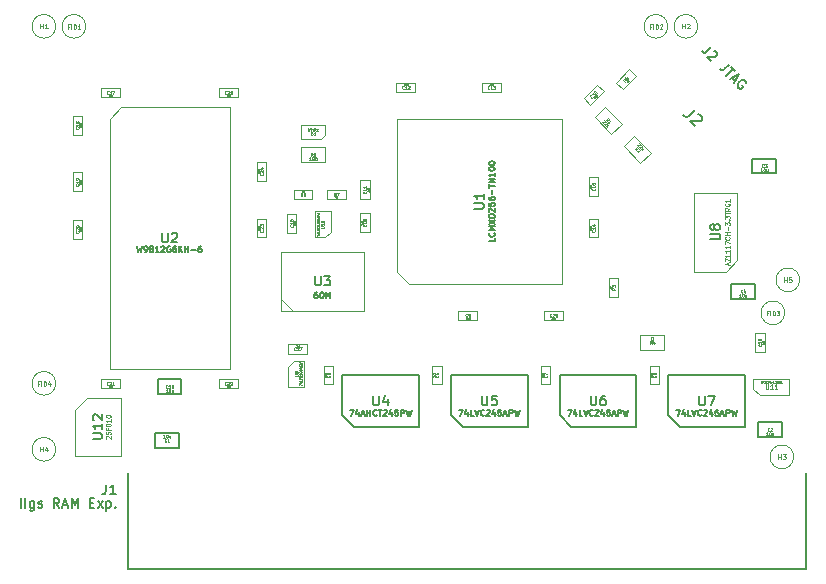
<source format=gbr>
G04 #@! TF.GenerationSoftware,KiCad,Pcbnew,(5.1.10-1-10_14)*
G04 #@! TF.CreationDate,2021-05-31T18:25:56-04:00*
G04 #@! TF.ProjectId,RAM2GS,52414d32-4753-42e6-9b69-6361645f7063,2.0*
G04 #@! TF.SameCoordinates,Original*
G04 #@! TF.FileFunction,Other,Fab,Top*
%FSLAX46Y46*%
G04 Gerber Fmt 4.6, Leading zero omitted, Abs format (unit mm)*
G04 Created by KiCad (PCBNEW (5.1.10-1-10_14)) date 2021-05-31 18:25:56*
%MOMM*%
%LPD*%
G01*
G04 APERTURE LIST*
%ADD10C,0.100000*%
%ADD11C,0.150000*%
%ADD12C,0.127000*%
%ADD13C,0.063500*%
%ADD14C,0.031750*%
%ADD15C,0.203200*%
%ADD16C,0.095250*%
%ADD17C,0.047625*%
G04 APERTURE END LIST*
D10*
X95898528Y-99217157D02*
X94767157Y-100348528D01*
X95332843Y-98651472D02*
X95898528Y-99217157D01*
X94201472Y-99782843D02*
X95332843Y-98651472D01*
X94767157Y-100348528D02*
X94201472Y-99782843D01*
X97517157Y-99048528D02*
X96951472Y-98482843D01*
X96951472Y-98482843D02*
X98082843Y-97351472D01*
X98082843Y-97351472D02*
X98648528Y-97917157D01*
X98648528Y-97917157D02*
X97517157Y-99048528D01*
X72300000Y-105225000D02*
X70300000Y-105225000D01*
X72300000Y-103975000D02*
X72300000Y-105225000D01*
X70300000Y-103975000D02*
X72300000Y-103975000D01*
X70300000Y-105225000D02*
X70300000Y-103975000D01*
X70300000Y-102050000D02*
X70300000Y-103250000D01*
X72300000Y-102050000D02*
X70300000Y-102050000D01*
X72300000Y-102950000D02*
X72300000Y-102050000D01*
X72000000Y-103250000D02*
X72300000Y-102950000D01*
X70300000Y-103250000D02*
X72000000Y-103250000D01*
X69650000Y-107550000D02*
X71250000Y-107550000D01*
X69650000Y-108350000D02*
X69650000Y-107550000D01*
X71250000Y-108350000D02*
X69650000Y-108350000D01*
X71250000Y-107550000D02*
X71250000Y-108350000D01*
X72450000Y-108350000D02*
X72450000Y-107550000D01*
X72450000Y-107550000D02*
X74050000Y-107550000D01*
X74050000Y-107550000D02*
X74050000Y-108350000D01*
X74050000Y-108350000D02*
X72450000Y-108350000D01*
X52136000Y-125185000D02*
X55036000Y-125185000D01*
X55036000Y-125185000D02*
X55036000Y-130085000D01*
X55036000Y-130085000D02*
X51136000Y-130085000D01*
X51136000Y-130085000D02*
X51136000Y-126185000D01*
X51136000Y-126185000D02*
X52136000Y-125185000D01*
X79400000Y-115550000D02*
X78400000Y-114550000D01*
X92400000Y-115550000D02*
X79400000Y-115550000D01*
X92400000Y-101550000D02*
X92400000Y-115550000D01*
X78400000Y-101550000D02*
X92400000Y-101550000D01*
X78400000Y-114550000D02*
X78400000Y-101550000D01*
X107237000Y-113500000D02*
X106237000Y-114500000D01*
X107237000Y-113500000D02*
X107237000Y-107800000D01*
X106237000Y-114500000D02*
X103537000Y-114500000D01*
X107237000Y-107800000D02*
X103537000Y-107800000D01*
X103537000Y-114500000D02*
X103537000Y-107800000D01*
X49514000Y-129540000D02*
G75*
G03*
X49514000Y-129540000I-1000000J0D01*
G01*
X49514000Y-123952000D02*
G75*
G03*
X49514000Y-123952000I-1000000J0D01*
G01*
X76100000Y-108350000D02*
X75300000Y-108350000D01*
X75300000Y-108350000D02*
X75300000Y-106750000D01*
X75300000Y-106750000D02*
X76100000Y-106750000D01*
X76100000Y-106750000D02*
X76100000Y-108350000D01*
X75300000Y-111150000D02*
X75300000Y-109550000D01*
X76100000Y-111150000D02*
X75300000Y-111150000D01*
X76100000Y-109550000D02*
X76100000Y-111150000D01*
X75300000Y-109550000D02*
X76100000Y-109550000D01*
X83600000Y-118600000D02*
X83600000Y-117800000D01*
X83600000Y-117800000D02*
X85200000Y-117800000D01*
X85200000Y-117800000D02*
X85200000Y-118600000D01*
X85200000Y-118600000D02*
X83600000Y-118600000D01*
X92450000Y-118600000D02*
X90850000Y-118600000D01*
X92450000Y-117800000D02*
X92450000Y-118600000D01*
X90850000Y-117800000D02*
X92450000Y-117800000D01*
X90850000Y-118600000D02*
X90850000Y-117800000D01*
X94650000Y-110000000D02*
X95450000Y-110000000D01*
X95450000Y-110000000D02*
X95450000Y-111600000D01*
X95450000Y-111600000D02*
X94650000Y-111600000D01*
X94650000Y-111600000D02*
X94650000Y-110000000D01*
X95150951Y-101434835D02*
X96034835Y-100550951D01*
X96034835Y-100550951D02*
X97449049Y-101965165D01*
X97449049Y-101965165D02*
X96565165Y-102849049D01*
X96565165Y-102849049D02*
X95150951Y-101434835D01*
D11*
X73775000Y-126650000D02*
X73775000Y-123250000D01*
X73775000Y-123250000D02*
X80275000Y-123250000D01*
X80275000Y-123250000D02*
X80275000Y-127650000D01*
X80275000Y-127650000D02*
X74775000Y-127650000D01*
X74775000Y-127650000D02*
X73775000Y-126650000D01*
D10*
X72280000Y-111600000D02*
X72780000Y-111100000D01*
X71430000Y-109400000D02*
X72780000Y-109400000D01*
X71430000Y-111600000D02*
X71430000Y-109400000D01*
X72780000Y-111100000D02*
X72780000Y-109400000D01*
X71430000Y-111600000D02*
X72280000Y-111600000D01*
X69720000Y-122050000D02*
X69220000Y-122550000D01*
X70570000Y-124250000D02*
X69220000Y-124250000D01*
X70570000Y-122050000D02*
X70570000Y-124250000D01*
X69220000Y-122550000D02*
X69220000Y-124250000D01*
X70570000Y-122050000D02*
X69720000Y-122050000D01*
D11*
X92175000Y-126650000D02*
X92175000Y-123250000D01*
X92175000Y-123250000D02*
X98675000Y-123250000D01*
X98675000Y-123250000D02*
X98675000Y-127650000D01*
X98675000Y-127650000D02*
X93175000Y-127650000D01*
X93175000Y-127650000D02*
X92175000Y-126650000D01*
X101375000Y-126650000D02*
X101375000Y-123250000D01*
X101375000Y-123250000D02*
X107875000Y-123250000D01*
X107875000Y-123250000D02*
X107875000Y-127650000D01*
X107875000Y-127650000D02*
X102375000Y-127650000D01*
X102375000Y-127650000D02*
X101375000Y-126650000D01*
X82975000Y-126650000D02*
X82975000Y-123250000D01*
X82975000Y-123250000D02*
X89475000Y-123250000D01*
X89475000Y-123250000D02*
X89475000Y-127650000D01*
X89475000Y-127650000D02*
X83975000Y-127650000D01*
X83975000Y-127650000D02*
X82975000Y-126650000D01*
D10*
X53350000Y-99750000D02*
X53350000Y-98950000D01*
X53350000Y-98950000D02*
X54950000Y-98950000D01*
X54950000Y-98950000D02*
X54950000Y-99750000D01*
X54950000Y-99750000D02*
X53350000Y-99750000D01*
D11*
X58150000Y-124875000D02*
X58150000Y-123625000D01*
X58150000Y-123625000D02*
X60150000Y-123625000D01*
X60150000Y-123625000D02*
X60150000Y-124875000D01*
X60150000Y-124875000D02*
X58150000Y-124875000D01*
D10*
X70800000Y-120650000D02*
X70800000Y-121450000D01*
X70800000Y-121450000D02*
X69200000Y-121450000D01*
X69200000Y-121450000D02*
X69200000Y-120650000D01*
X69200000Y-120650000D02*
X70800000Y-120650000D01*
X69900000Y-111200000D02*
X69100000Y-111200000D01*
X69100000Y-111200000D02*
X69100000Y-109600000D01*
X69100000Y-109600000D02*
X69900000Y-109600000D01*
X69900000Y-109600000D02*
X69900000Y-111200000D01*
D12*
X55626000Y-139700000D02*
X55626000Y-131572000D01*
X113030000Y-139700000D02*
X55626000Y-139700000D01*
X113030000Y-131572000D02*
X113030000Y-139700000D01*
D10*
X55070000Y-100540000D02*
X54070000Y-101540000D01*
X54070000Y-122760000D02*
X54070000Y-101540000D01*
X64230000Y-122760000D02*
X54070000Y-122760000D01*
X64230000Y-100540000D02*
X64230000Y-122760000D01*
X55070000Y-100540000D02*
X64230000Y-100540000D01*
D11*
X106700000Y-116775000D02*
X106700000Y-115525000D01*
X106700000Y-115525000D02*
X108700000Y-115525000D01*
X108700000Y-115525000D02*
X108700000Y-116775000D01*
X108700000Y-116775000D02*
X106700000Y-116775000D01*
X108500000Y-106175000D02*
X108500000Y-104925000D01*
X108500000Y-104925000D02*
X110500000Y-104925000D01*
X110500000Y-104925000D02*
X110500000Y-106175000D01*
X110500000Y-106175000D02*
X108500000Y-106175000D01*
X108982000Y-128514000D02*
X108982000Y-127264000D01*
X108982000Y-127264000D02*
X110982000Y-127264000D01*
X110982000Y-127264000D02*
X110982000Y-128514000D01*
X110982000Y-128514000D02*
X108982000Y-128514000D01*
X59928000Y-128153000D02*
X59928000Y-129403000D01*
X59928000Y-129403000D02*
X57928000Y-129403000D01*
X57928000Y-129403000D02*
X57928000Y-128153000D01*
X57928000Y-128153000D02*
X59928000Y-128153000D01*
D10*
X72200000Y-122450000D02*
X73000000Y-122450000D01*
X73000000Y-122450000D02*
X73000000Y-124050000D01*
X73000000Y-124050000D02*
X72200000Y-124050000D01*
X72200000Y-124050000D02*
X72200000Y-122450000D01*
X63350000Y-124350000D02*
X63350000Y-123550000D01*
X63350000Y-123550000D02*
X64950000Y-123550000D01*
X64950000Y-123550000D02*
X64950000Y-124350000D01*
X64950000Y-124350000D02*
X63350000Y-124350000D01*
X51750000Y-102900000D02*
X50950000Y-102900000D01*
X50950000Y-102900000D02*
X50950000Y-101300000D01*
X50950000Y-101300000D02*
X51750000Y-101300000D01*
X51750000Y-101300000D02*
X51750000Y-102900000D01*
X63350000Y-99750000D02*
X63350000Y-98950000D01*
X63350000Y-98950000D02*
X64950000Y-98950000D01*
X64950000Y-98950000D02*
X64950000Y-99750000D01*
X64950000Y-99750000D02*
X63350000Y-99750000D01*
X53350000Y-124350000D02*
X53350000Y-123550000D01*
X53350000Y-123550000D02*
X54950000Y-123550000D01*
X54950000Y-123550000D02*
X54950000Y-124350000D01*
X54950000Y-124350000D02*
X53350000Y-124350000D01*
X66550000Y-110000000D02*
X67350000Y-110000000D01*
X67350000Y-110000000D02*
X67350000Y-111600000D01*
X67350000Y-111600000D02*
X66550000Y-111600000D01*
X66550000Y-111600000D02*
X66550000Y-110000000D01*
X51750000Y-107700000D02*
X50950000Y-107700000D01*
X50950000Y-107700000D02*
X50950000Y-106100000D01*
X50950000Y-106100000D02*
X51750000Y-106100000D01*
X51750000Y-106100000D02*
X51750000Y-107700000D01*
X51750000Y-111700000D02*
X50950000Y-111700000D01*
X50950000Y-111700000D02*
X50950000Y-110100000D01*
X50950000Y-110100000D02*
X51750000Y-110100000D01*
X51750000Y-110100000D02*
X51750000Y-111700000D01*
X66550000Y-105200000D02*
X67350000Y-105200000D01*
X67350000Y-105200000D02*
X67350000Y-106800000D01*
X67350000Y-106800000D02*
X66550000Y-106800000D01*
X66550000Y-106800000D02*
X66550000Y-105200000D01*
X99800000Y-122450000D02*
X100600000Y-122450000D01*
X100600000Y-122450000D02*
X100600000Y-124050000D01*
X100600000Y-124050000D02*
X99800000Y-124050000D01*
X99800000Y-124050000D02*
X99800000Y-122450000D01*
X81400000Y-122450000D02*
X82200000Y-122450000D01*
X82200000Y-122450000D02*
X82200000Y-124050000D01*
X82200000Y-124050000D02*
X81400000Y-124050000D01*
X81400000Y-124050000D02*
X81400000Y-122450000D01*
X90600000Y-122450000D02*
X91400000Y-122450000D01*
X91400000Y-122450000D02*
X91400000Y-124050000D01*
X91400000Y-124050000D02*
X90600000Y-124050000D01*
X90600000Y-124050000D02*
X90600000Y-122450000D01*
X52054000Y-93726000D02*
G75*
G03*
X52054000Y-93726000I-1000000J0D01*
G01*
X111236000Y-117983000D02*
G75*
G03*
X111236000Y-117983000I-1000000J0D01*
G01*
X101330000Y-93726000D02*
G75*
G03*
X101330000Y-93726000I-1000000J0D01*
G01*
X111998000Y-130175000D02*
G75*
G03*
X111998000Y-130175000I-1000000J0D01*
G01*
X99899049Y-104415165D02*
X99015165Y-105299049D01*
X99015165Y-105299049D02*
X97600951Y-103884835D01*
X97600951Y-103884835D02*
X98484835Y-103000951D01*
X98484835Y-103000951D02*
X99899049Y-104415165D01*
X49514000Y-93726000D02*
G75*
G03*
X49514000Y-93726000I-1000000J0D01*
G01*
X103870000Y-93726000D02*
G75*
G03*
X103870000Y-93726000I-1000000J0D01*
G01*
X112506000Y-115189000D02*
G75*
G03*
X112506000Y-115189000I-1000000J0D01*
G01*
X68600000Y-112800000D02*
X75600000Y-112800000D01*
X75600000Y-112800000D02*
X75600000Y-117800000D01*
X75600000Y-117800000D02*
X68600000Y-117800000D01*
X68600000Y-117800000D02*
X68600000Y-112800000D01*
X68600000Y-116800000D02*
X69600000Y-117800000D01*
X79950000Y-98500000D02*
X79950000Y-99300000D01*
X79950000Y-99300000D02*
X78350000Y-99300000D01*
X78350000Y-99300000D02*
X78350000Y-98500000D01*
X78350000Y-98500000D02*
X79950000Y-98500000D01*
X87200000Y-98500000D02*
X87200000Y-99300000D01*
X87200000Y-99300000D02*
X85600000Y-99300000D01*
X85600000Y-99300000D02*
X85600000Y-98500000D01*
X85600000Y-98500000D02*
X87200000Y-98500000D01*
X94650000Y-108100000D02*
X94650000Y-106500000D01*
X95450000Y-108100000D02*
X94650000Y-108100000D01*
X95450000Y-106500000D02*
X95450000Y-108100000D01*
X94650000Y-106500000D02*
X95450000Y-106500000D01*
X109550000Y-119700000D02*
X109550000Y-121300000D01*
X108750000Y-119700000D02*
X109550000Y-119700000D01*
X108750000Y-121300000D02*
X108750000Y-119700000D01*
X109550000Y-121300000D02*
X108750000Y-121300000D01*
X99000000Y-119875000D02*
X101000000Y-119875000D01*
X99000000Y-121125000D02*
X99000000Y-119875000D01*
X101000000Y-121125000D02*
X99000000Y-121125000D01*
X101000000Y-119875000D02*
X101000000Y-121125000D01*
X109150000Y-124950000D02*
X111600000Y-124950000D01*
X108580000Y-124400000D02*
X108580000Y-123550000D01*
X109150000Y-124950000D02*
X108580000Y-124400000D01*
X108580000Y-123550000D02*
X111620000Y-123550000D01*
X111620000Y-124950000D02*
X111620000Y-123550000D01*
X96350000Y-115050000D02*
X97150000Y-115050000D01*
X97150000Y-115050000D02*
X97150000Y-116650000D01*
X97150000Y-116650000D02*
X96350000Y-116650000D01*
X96350000Y-116650000D02*
X96350000Y-115050000D01*
D13*
X94998684Y-99679605D02*
X94998684Y-99696710D01*
X94981579Y-99730920D01*
X94964473Y-99748026D01*
X94930263Y-99765131D01*
X94896052Y-99765131D01*
X94870394Y-99756578D01*
X94827631Y-99730920D01*
X94801973Y-99705262D01*
X94776316Y-99662499D01*
X94767763Y-99636841D01*
X94767763Y-99602631D01*
X94784868Y-99568420D01*
X94801973Y-99551315D01*
X94836184Y-99534210D01*
X94853289Y-99534210D01*
X94896052Y-99457236D02*
X95007236Y-99346052D01*
X95015789Y-99474342D01*
X95041447Y-99448684D01*
X95067105Y-99440131D01*
X95084210Y-99440131D01*
X95109868Y-99448684D01*
X95152631Y-99491447D01*
X95161184Y-99517105D01*
X95161184Y-99534210D01*
X95152631Y-99559868D01*
X95101315Y-99611184D01*
X95075657Y-99619736D01*
X95058552Y-99619736D01*
X95118420Y-99234868D02*
X95135526Y-99217763D01*
X95161184Y-99209210D01*
X95178289Y-99209210D01*
X95203947Y-99217763D01*
X95246710Y-99243421D01*
X95289473Y-99286184D01*
X95315131Y-99328947D01*
X95323683Y-99354605D01*
X95323683Y-99371710D01*
X95315131Y-99397368D01*
X95298026Y-99414473D01*
X95272368Y-99423026D01*
X95255262Y-99423026D01*
X95229605Y-99414473D01*
X95186841Y-99388815D01*
X95144078Y-99346052D01*
X95118420Y-99303289D01*
X95109868Y-99277631D01*
X95109868Y-99260526D01*
X95118420Y-99234868D01*
D14*
X95209671Y-99775132D02*
X95158356Y-99826447D01*
X95184013Y-99800790D02*
X95094211Y-99710987D01*
X95098487Y-99732369D01*
X95098487Y-99749474D01*
X95094211Y-99762303D01*
X95201119Y-99604079D02*
X95158356Y-99646842D01*
X95196842Y-99693882D01*
X95196842Y-99685329D01*
X95201119Y-99672500D01*
X95222500Y-99651119D01*
X95235329Y-99646842D01*
X95243882Y-99646842D01*
X95256711Y-99651119D01*
X95278092Y-99672500D01*
X95282369Y-99685329D01*
X95282369Y-99693882D01*
X95278092Y-99706711D01*
X95256711Y-99728092D01*
X95243882Y-99732369D01*
X95235329Y-99732369D01*
X95273816Y-99591250D02*
X95363618Y-99681053D01*
X95278092Y-99595527D02*
X95282369Y-99582698D01*
X95299474Y-99565592D01*
X95312303Y-99561316D01*
X95320855Y-99561316D01*
X95333684Y-99565592D01*
X95359342Y-99591250D01*
X95363618Y-99604079D01*
X95363618Y-99612632D01*
X95359342Y-99625461D01*
X95342237Y-99642566D01*
X95329408Y-99646842D01*
D13*
X97851315Y-98311184D02*
X97705921Y-98285526D01*
X97748684Y-98413815D02*
X97569079Y-98234210D01*
X97637500Y-98165789D01*
X97663158Y-98157236D01*
X97680263Y-98157236D01*
X97705921Y-98165789D01*
X97731579Y-98191447D01*
X97740131Y-98217105D01*
X97740131Y-98234210D01*
X97731579Y-98259868D01*
X97663158Y-98328289D01*
X97834210Y-97969079D02*
X97748684Y-98054605D01*
X97825657Y-98148684D01*
X97825657Y-98131579D01*
X97834210Y-98105921D01*
X97876973Y-98063158D01*
X97902631Y-98054605D01*
X97919736Y-98054605D01*
X97945394Y-98063158D01*
X97988157Y-98105921D01*
X97996710Y-98131579D01*
X97996710Y-98148684D01*
X97988157Y-98174342D01*
X97945394Y-98217105D01*
X97919736Y-98225657D01*
X97902631Y-98225657D01*
D14*
X97931875Y-98383191D02*
X97991744Y-98443059D01*
X97876283Y-98370362D02*
X97919046Y-98455888D01*
X97974638Y-98400296D01*
X97940428Y-98314770D02*
X98000296Y-98254902D01*
X98051612Y-98383191D01*
D13*
X71257666Y-104714904D02*
X71173000Y-104593952D01*
X71112523Y-104714904D02*
X71112523Y-104460904D01*
X71209285Y-104460904D01*
X71233476Y-104473000D01*
X71245571Y-104485095D01*
X71257666Y-104509285D01*
X71257666Y-104545571D01*
X71245571Y-104569761D01*
X71233476Y-104581857D01*
X71209285Y-104593952D01*
X71112523Y-104593952D01*
X71402809Y-104569761D02*
X71378619Y-104557666D01*
X71366523Y-104545571D01*
X71354428Y-104521380D01*
X71354428Y-104509285D01*
X71366523Y-104485095D01*
X71378619Y-104473000D01*
X71402809Y-104460904D01*
X71451190Y-104460904D01*
X71475380Y-104473000D01*
X71487476Y-104485095D01*
X71499571Y-104509285D01*
X71499571Y-104521380D01*
X71487476Y-104545571D01*
X71475380Y-104557666D01*
X71451190Y-104569761D01*
X71402809Y-104569761D01*
X71378619Y-104581857D01*
X71366523Y-104593952D01*
X71354428Y-104618142D01*
X71354428Y-104666523D01*
X71366523Y-104690714D01*
X71378619Y-104702809D01*
X71402809Y-104714904D01*
X71451190Y-104714904D01*
X71475380Y-104702809D01*
X71487476Y-104690714D01*
X71499571Y-104666523D01*
X71499571Y-104618142D01*
X71487476Y-104593952D01*
X71475380Y-104581857D01*
X71451190Y-104569761D01*
X71130666Y-105064904D02*
X70985523Y-105064904D01*
X71058095Y-105064904D02*
X71058095Y-104810904D01*
X71033904Y-104847190D01*
X71009714Y-104871380D01*
X70985523Y-104883476D01*
X71275809Y-104919761D02*
X71251619Y-104907666D01*
X71239523Y-104895571D01*
X71227428Y-104871380D01*
X71227428Y-104859285D01*
X71239523Y-104835095D01*
X71251619Y-104823000D01*
X71275809Y-104810904D01*
X71324190Y-104810904D01*
X71348380Y-104823000D01*
X71360476Y-104835095D01*
X71372571Y-104859285D01*
X71372571Y-104871380D01*
X71360476Y-104895571D01*
X71348380Y-104907666D01*
X71324190Y-104919761D01*
X71275809Y-104919761D01*
X71251619Y-104931857D01*
X71239523Y-104943952D01*
X71227428Y-104968142D01*
X71227428Y-105016523D01*
X71239523Y-105040714D01*
X71251619Y-105052809D01*
X71275809Y-105064904D01*
X71324190Y-105064904D01*
X71348380Y-105052809D01*
X71360476Y-105040714D01*
X71372571Y-105016523D01*
X71372571Y-104968142D01*
X71360476Y-104943952D01*
X71348380Y-104931857D01*
X71324190Y-104919761D01*
X71529809Y-104810904D02*
X71554000Y-104810904D01*
X71578190Y-104823000D01*
X71590285Y-104835095D01*
X71602380Y-104859285D01*
X71614476Y-104907666D01*
X71614476Y-104968142D01*
X71602380Y-105016523D01*
X71590285Y-105040714D01*
X71578190Y-105052809D01*
X71554000Y-105064904D01*
X71529809Y-105064904D01*
X71505619Y-105052809D01*
X71493523Y-105040714D01*
X71481428Y-105016523D01*
X71469333Y-104968142D01*
X71469333Y-104907666D01*
X71481428Y-104859285D01*
X71493523Y-104835095D01*
X71505619Y-104823000D01*
X71529809Y-104810904D01*
X71112523Y-102964904D02*
X71112523Y-102710904D01*
X71173000Y-102710904D01*
X71209285Y-102723000D01*
X71233476Y-102747190D01*
X71245571Y-102771380D01*
X71257666Y-102819761D01*
X71257666Y-102856047D01*
X71245571Y-102904428D01*
X71233476Y-102928619D01*
X71209285Y-102952809D01*
X71173000Y-102964904D01*
X71112523Y-102964904D01*
X71499571Y-102964904D02*
X71354428Y-102964904D01*
X71427000Y-102964904D02*
X71427000Y-102710904D01*
X71402809Y-102747190D01*
X71378619Y-102771380D01*
X71354428Y-102783476D01*
X70834333Y-102310904D02*
X70894809Y-102564904D01*
X70943190Y-102383476D01*
X70991571Y-102564904D01*
X71052047Y-102310904D01*
X71148809Y-102564904D02*
X71148809Y-102310904D01*
X71257666Y-102564904D02*
X71257666Y-102431857D01*
X71245571Y-102407666D01*
X71221380Y-102395571D01*
X71185095Y-102395571D01*
X71160904Y-102407666D01*
X71148809Y-102419761D01*
X71378619Y-102564904D02*
X71378619Y-102395571D01*
X71378619Y-102310904D02*
X71366523Y-102323000D01*
X71378619Y-102335095D01*
X71390714Y-102323000D01*
X71378619Y-102310904D01*
X71378619Y-102335095D01*
X71463285Y-102395571D02*
X71560047Y-102395571D01*
X71499571Y-102310904D02*
X71499571Y-102528619D01*
X71511666Y-102552809D01*
X71535857Y-102564904D01*
X71560047Y-102564904D01*
X71741476Y-102552809D02*
X71717285Y-102564904D01*
X71668904Y-102564904D01*
X71644714Y-102552809D01*
X71632619Y-102528619D01*
X71632619Y-102431857D01*
X71644714Y-102407666D01*
X71668904Y-102395571D01*
X71717285Y-102395571D01*
X71741476Y-102407666D01*
X71753571Y-102431857D01*
X71753571Y-102456047D01*
X71632619Y-102480238D01*
X70407666Y-108064904D02*
X70323000Y-107943952D01*
X70262523Y-108064904D02*
X70262523Y-107810904D01*
X70359285Y-107810904D01*
X70383476Y-107823000D01*
X70395571Y-107835095D01*
X70407666Y-107859285D01*
X70407666Y-107895571D01*
X70395571Y-107919761D01*
X70383476Y-107931857D01*
X70359285Y-107943952D01*
X70262523Y-107943952D01*
X70625380Y-107810904D02*
X70577000Y-107810904D01*
X70552809Y-107823000D01*
X70540714Y-107835095D01*
X70516523Y-107871380D01*
X70504428Y-107919761D01*
X70504428Y-108016523D01*
X70516523Y-108040714D01*
X70528619Y-108052809D01*
X70552809Y-108064904D01*
X70601190Y-108064904D01*
X70625380Y-108052809D01*
X70637476Y-108040714D01*
X70649571Y-108016523D01*
X70649571Y-107956047D01*
X70637476Y-107931857D01*
X70625380Y-107919761D01*
X70601190Y-107907666D01*
X70552809Y-107907666D01*
X70528619Y-107919761D01*
X70516523Y-107931857D01*
X70504428Y-107956047D01*
D14*
X70413714Y-107672785D02*
X70413714Y-107757452D01*
X70383476Y-107624404D02*
X70353238Y-107715119D01*
X70431857Y-107715119D01*
X70468142Y-107630452D02*
X70552809Y-107630452D01*
X70498380Y-107757452D01*
D13*
X73207666Y-108064904D02*
X73123000Y-107943952D01*
X73062523Y-108064904D02*
X73062523Y-107810904D01*
X73159285Y-107810904D01*
X73183476Y-107823000D01*
X73195571Y-107835095D01*
X73207666Y-107859285D01*
X73207666Y-107895571D01*
X73195571Y-107919761D01*
X73183476Y-107931857D01*
X73159285Y-107943952D01*
X73062523Y-107943952D01*
X73292333Y-107810904D02*
X73461666Y-107810904D01*
X73352809Y-108064904D01*
D14*
X73213714Y-108172785D02*
X73213714Y-108257452D01*
X73183476Y-108124404D02*
X73153238Y-108215119D01*
X73231857Y-108215119D01*
X73268142Y-108130452D02*
X73352809Y-108130452D01*
X73298380Y-108257452D01*
D15*
X52640895Y-128641323D02*
X53298876Y-128641323D01*
X53376285Y-128602619D01*
X53414990Y-128563914D01*
X53453695Y-128486504D01*
X53453695Y-128331685D01*
X53414990Y-128254276D01*
X53376285Y-128215571D01*
X53298876Y-128176866D01*
X52640895Y-128176866D01*
X53453695Y-127364066D02*
X53453695Y-127828523D01*
X53453695Y-127596295D02*
X52640895Y-127596295D01*
X52757009Y-127673704D01*
X52834419Y-127751114D01*
X52873123Y-127828523D01*
X52718304Y-127054428D02*
X52679600Y-127015723D01*
X52640895Y-126938314D01*
X52640895Y-126744790D01*
X52679600Y-126667380D01*
X52718304Y-126628676D01*
X52795714Y-126589971D01*
X52873123Y-126589971D01*
X52989238Y-126628676D01*
X53453695Y-127093133D01*
X53453695Y-126589971D01*
D16*
X53813642Y-128632857D02*
X53795500Y-128614714D01*
X53777357Y-128578428D01*
X53777357Y-128487714D01*
X53795500Y-128451428D01*
X53813642Y-128433285D01*
X53849928Y-128415142D01*
X53886214Y-128415142D01*
X53940642Y-128433285D01*
X54158357Y-128651000D01*
X54158357Y-128415142D01*
X53777357Y-128070428D02*
X53777357Y-128251857D01*
X53958785Y-128270000D01*
X53940642Y-128251857D01*
X53922500Y-128215571D01*
X53922500Y-128124857D01*
X53940642Y-128088571D01*
X53958785Y-128070428D01*
X53995071Y-128052285D01*
X54085785Y-128052285D01*
X54122071Y-128070428D01*
X54140214Y-128088571D01*
X54158357Y-128124857D01*
X54158357Y-128215571D01*
X54140214Y-128251857D01*
X54122071Y-128270000D01*
X53958785Y-127762000D02*
X53958785Y-127889000D01*
X54158357Y-127889000D02*
X53777357Y-127889000D01*
X53777357Y-127707571D01*
X53777357Y-127489857D02*
X53777357Y-127453571D01*
X53795500Y-127417285D01*
X53813642Y-127399142D01*
X53849928Y-127381000D01*
X53922500Y-127362857D01*
X54013214Y-127362857D01*
X54085785Y-127381000D01*
X54122071Y-127399142D01*
X54140214Y-127417285D01*
X54158357Y-127453571D01*
X54158357Y-127489857D01*
X54140214Y-127526142D01*
X54122071Y-127544285D01*
X54085785Y-127562428D01*
X54013214Y-127580571D01*
X53922500Y-127580571D01*
X53849928Y-127562428D01*
X53813642Y-127544285D01*
X53795500Y-127526142D01*
X53777357Y-127489857D01*
X54158357Y-127000000D02*
X54158357Y-127217714D01*
X54158357Y-127108857D02*
X53777357Y-127108857D01*
X53831785Y-127145142D01*
X53868071Y-127181428D01*
X53886214Y-127217714D01*
X53777357Y-126764142D02*
X53777357Y-126727857D01*
X53795500Y-126691571D01*
X53813642Y-126673428D01*
X53849928Y-126655285D01*
X53922500Y-126637142D01*
X54013214Y-126637142D01*
X54085785Y-126655285D01*
X54122071Y-126673428D01*
X54140214Y-126691571D01*
X54158357Y-126727857D01*
X54158357Y-126764142D01*
X54140214Y-126800428D01*
X54122071Y-126818571D01*
X54085785Y-126836714D01*
X54013214Y-126854857D01*
X53922500Y-126854857D01*
X53849928Y-126836714D01*
X53813642Y-126818571D01*
X53795500Y-126800428D01*
X53777357Y-126764142D01*
D15*
X84954895Y-109169276D02*
X85612876Y-109169276D01*
X85690285Y-109130571D01*
X85728990Y-109091866D01*
X85767695Y-109014457D01*
X85767695Y-108859638D01*
X85728990Y-108782228D01*
X85690285Y-108743523D01*
X85612876Y-108704819D01*
X84954895Y-108704819D01*
X85767695Y-107892019D02*
X85767695Y-108356476D01*
X85767695Y-108124247D02*
X84954895Y-108124247D01*
X85071009Y-108201657D01*
X85148419Y-108279066D01*
X85187123Y-108356476D01*
D12*
X86679809Y-111670571D02*
X86679809Y-111912476D01*
X86171809Y-111912476D01*
X86631428Y-111210952D02*
X86655619Y-111235142D01*
X86679809Y-111307714D01*
X86679809Y-111356095D01*
X86655619Y-111428666D01*
X86607238Y-111477047D01*
X86558857Y-111501238D01*
X86462095Y-111525428D01*
X86389523Y-111525428D01*
X86292761Y-111501238D01*
X86244380Y-111477047D01*
X86196000Y-111428666D01*
X86171809Y-111356095D01*
X86171809Y-111307714D01*
X86196000Y-111235142D01*
X86220190Y-111210952D01*
X86679809Y-110993238D02*
X86171809Y-110993238D01*
X86534666Y-110823904D01*
X86171809Y-110654571D01*
X86679809Y-110654571D01*
X86171809Y-110461047D02*
X86679809Y-110122380D01*
X86171809Y-110122380D02*
X86679809Y-110461047D01*
X86171809Y-109832095D02*
X86171809Y-109735333D01*
X86196000Y-109686952D01*
X86244380Y-109638571D01*
X86341142Y-109614380D01*
X86510476Y-109614380D01*
X86607238Y-109638571D01*
X86655619Y-109686952D01*
X86679809Y-109735333D01*
X86679809Y-109832095D01*
X86655619Y-109880476D01*
X86607238Y-109928857D01*
X86510476Y-109953047D01*
X86341142Y-109953047D01*
X86244380Y-109928857D01*
X86196000Y-109880476D01*
X86171809Y-109832095D01*
X86220190Y-109420857D02*
X86196000Y-109396666D01*
X86171809Y-109348285D01*
X86171809Y-109227333D01*
X86196000Y-109178952D01*
X86220190Y-109154761D01*
X86268571Y-109130571D01*
X86316952Y-109130571D01*
X86389523Y-109154761D01*
X86679809Y-109445047D01*
X86679809Y-109130571D01*
X86171809Y-108670952D02*
X86171809Y-108912857D01*
X86413714Y-108937047D01*
X86389523Y-108912857D01*
X86365333Y-108864476D01*
X86365333Y-108743523D01*
X86389523Y-108695142D01*
X86413714Y-108670952D01*
X86462095Y-108646761D01*
X86583047Y-108646761D01*
X86631428Y-108670952D01*
X86655619Y-108695142D01*
X86679809Y-108743523D01*
X86679809Y-108864476D01*
X86655619Y-108912857D01*
X86631428Y-108937047D01*
X86171809Y-108211333D02*
X86171809Y-108308095D01*
X86196000Y-108356476D01*
X86220190Y-108380666D01*
X86292761Y-108429047D01*
X86389523Y-108453238D01*
X86583047Y-108453238D01*
X86631428Y-108429047D01*
X86655619Y-108404857D01*
X86679809Y-108356476D01*
X86679809Y-108259714D01*
X86655619Y-108211333D01*
X86631428Y-108187142D01*
X86583047Y-108162952D01*
X86462095Y-108162952D01*
X86413714Y-108187142D01*
X86389523Y-108211333D01*
X86365333Y-108259714D01*
X86365333Y-108356476D01*
X86389523Y-108404857D01*
X86413714Y-108429047D01*
X86462095Y-108453238D01*
X86486285Y-107945238D02*
X86486285Y-107558190D01*
X86171809Y-107388857D02*
X86171809Y-107098571D01*
X86679809Y-107243714D02*
X86171809Y-107243714D01*
X86679809Y-106929238D02*
X86171809Y-106929238D01*
X86679809Y-106638952D01*
X86171809Y-106638952D01*
X86679809Y-106130952D02*
X86679809Y-106421238D01*
X86679809Y-106276095D02*
X86171809Y-106276095D01*
X86244380Y-106324476D01*
X86292761Y-106372857D01*
X86316952Y-106421238D01*
X86171809Y-105816476D02*
X86171809Y-105768095D01*
X86196000Y-105719714D01*
X86220190Y-105695523D01*
X86268571Y-105671333D01*
X86365333Y-105647142D01*
X86486285Y-105647142D01*
X86583047Y-105671333D01*
X86631428Y-105695523D01*
X86655619Y-105719714D01*
X86679809Y-105768095D01*
X86679809Y-105816476D01*
X86655619Y-105864857D01*
X86631428Y-105889047D01*
X86583047Y-105913238D01*
X86486285Y-105937428D01*
X86365333Y-105937428D01*
X86268571Y-105913238D01*
X86220190Y-105889047D01*
X86196000Y-105864857D01*
X86171809Y-105816476D01*
X86171809Y-105332666D02*
X86171809Y-105284285D01*
X86196000Y-105235904D01*
X86220190Y-105211714D01*
X86268571Y-105187523D01*
X86365333Y-105163333D01*
X86486285Y-105163333D01*
X86583047Y-105187523D01*
X86631428Y-105211714D01*
X86655619Y-105235904D01*
X86679809Y-105284285D01*
X86679809Y-105332666D01*
X86655619Y-105381047D01*
X86631428Y-105405238D01*
X86583047Y-105429428D01*
X86486285Y-105453619D01*
X86365333Y-105453619D01*
X86268571Y-105429428D01*
X86220190Y-105405238D01*
X86196000Y-105381047D01*
X86171809Y-105332666D01*
D16*
X106466500Y-113934928D02*
X106466500Y-113753500D01*
X106575357Y-113971214D02*
X106194357Y-113844214D01*
X106575357Y-113717214D01*
X106194357Y-113626500D02*
X106194357Y-113372500D01*
X106575357Y-113626500D01*
X106575357Y-113372500D01*
X106575357Y-113027785D02*
X106575357Y-113245500D01*
X106575357Y-113136642D02*
X106194357Y-113136642D01*
X106248785Y-113172928D01*
X106285071Y-113209214D01*
X106303214Y-113245500D01*
X106575357Y-112664928D02*
X106575357Y-112882642D01*
X106575357Y-112773785D02*
X106194357Y-112773785D01*
X106248785Y-112810071D01*
X106285071Y-112846357D01*
X106303214Y-112882642D01*
X106575357Y-112302071D02*
X106575357Y-112519785D01*
X106575357Y-112410928D02*
X106194357Y-112410928D01*
X106248785Y-112447214D01*
X106285071Y-112483500D01*
X106303214Y-112519785D01*
X106194357Y-112175071D02*
X106194357Y-111921071D01*
X106575357Y-112084357D01*
X106539071Y-111558214D02*
X106557214Y-111576357D01*
X106575357Y-111630785D01*
X106575357Y-111667071D01*
X106557214Y-111721500D01*
X106520928Y-111757785D01*
X106484642Y-111775928D01*
X106412071Y-111794071D01*
X106357642Y-111794071D01*
X106285071Y-111775928D01*
X106248785Y-111757785D01*
X106212500Y-111721500D01*
X106194357Y-111667071D01*
X106194357Y-111630785D01*
X106212500Y-111576357D01*
X106230642Y-111558214D01*
X106575357Y-111394928D02*
X106194357Y-111394928D01*
X106375785Y-111394928D02*
X106375785Y-111177214D01*
X106575357Y-111177214D02*
X106194357Y-111177214D01*
X106430214Y-110995785D02*
X106430214Y-110705500D01*
X106194357Y-110560357D02*
X106194357Y-110324500D01*
X106339500Y-110451500D01*
X106339500Y-110397071D01*
X106357642Y-110360785D01*
X106375785Y-110342642D01*
X106412071Y-110324500D01*
X106502785Y-110324500D01*
X106539071Y-110342642D01*
X106557214Y-110360785D01*
X106575357Y-110397071D01*
X106575357Y-110505928D01*
X106557214Y-110542214D01*
X106539071Y-110560357D01*
X106539071Y-110161214D02*
X106557214Y-110143071D01*
X106575357Y-110161214D01*
X106557214Y-110179357D01*
X106539071Y-110161214D01*
X106575357Y-110161214D01*
X106194357Y-110016071D02*
X106194357Y-109780214D01*
X106339500Y-109907214D01*
X106339500Y-109852785D01*
X106357642Y-109816500D01*
X106375785Y-109798357D01*
X106412071Y-109780214D01*
X106502785Y-109780214D01*
X106539071Y-109798357D01*
X106557214Y-109816500D01*
X106575357Y-109852785D01*
X106575357Y-109961642D01*
X106557214Y-109997928D01*
X106539071Y-110016071D01*
X106194357Y-109671357D02*
X106194357Y-109453642D01*
X106575357Y-109562500D02*
X106194357Y-109562500D01*
X106575357Y-109108928D02*
X106393928Y-109235928D01*
X106575357Y-109326642D02*
X106194357Y-109326642D01*
X106194357Y-109181500D01*
X106212500Y-109145214D01*
X106230642Y-109127071D01*
X106266928Y-109108928D01*
X106321357Y-109108928D01*
X106357642Y-109127071D01*
X106375785Y-109145214D01*
X106393928Y-109181500D01*
X106393928Y-109326642D01*
X106212500Y-108746071D02*
X106194357Y-108782357D01*
X106194357Y-108836785D01*
X106212500Y-108891214D01*
X106248785Y-108927500D01*
X106285071Y-108945642D01*
X106357642Y-108963785D01*
X106412071Y-108963785D01*
X106484642Y-108945642D01*
X106520928Y-108927500D01*
X106557214Y-108891214D01*
X106575357Y-108836785D01*
X106575357Y-108800500D01*
X106557214Y-108746071D01*
X106539071Y-108727928D01*
X106412071Y-108727928D01*
X106412071Y-108800500D01*
X106575357Y-108365071D02*
X106575357Y-108582785D01*
X106575357Y-108473928D02*
X106194357Y-108473928D01*
X106248785Y-108510214D01*
X106285071Y-108546500D01*
X106303214Y-108582785D01*
D15*
X104941895Y-111769276D02*
X105599876Y-111769276D01*
X105677285Y-111730571D01*
X105715990Y-111691866D01*
X105754695Y-111614457D01*
X105754695Y-111459638D01*
X105715990Y-111382228D01*
X105677285Y-111343523D01*
X105599876Y-111304819D01*
X104941895Y-111304819D01*
X105290238Y-110801657D02*
X105251533Y-110879066D01*
X105212828Y-110917771D01*
X105135419Y-110956476D01*
X105096714Y-110956476D01*
X105019304Y-110917771D01*
X104980600Y-110879066D01*
X104941895Y-110801657D01*
X104941895Y-110646838D01*
X104980600Y-110569428D01*
X105019304Y-110530723D01*
X105096714Y-110492019D01*
X105135419Y-110492019D01*
X105212828Y-110530723D01*
X105251533Y-110569428D01*
X105290238Y-110646838D01*
X105290238Y-110801657D01*
X105328942Y-110879066D01*
X105367647Y-110917771D01*
X105445057Y-110956476D01*
X105599876Y-110956476D01*
X105677285Y-110917771D01*
X105715990Y-110879066D01*
X105754695Y-110801657D01*
X105754695Y-110646838D01*
X105715990Y-110569428D01*
X105677285Y-110530723D01*
X105599876Y-110492019D01*
X105445057Y-110492019D01*
X105367647Y-110530723D01*
X105328942Y-110569428D01*
X105290238Y-110646838D01*
D10*
X48209238Y-129720952D02*
X48209238Y-129320952D01*
X48209238Y-129511428D02*
X48437809Y-129511428D01*
X48437809Y-129720952D02*
X48437809Y-129320952D01*
X48799714Y-129454285D02*
X48799714Y-129720952D01*
X48704476Y-129301904D02*
X48609238Y-129587619D01*
X48856857Y-129587619D01*
D16*
X48105785Y-123974785D02*
X47978785Y-123974785D01*
X47978785Y-124174357D02*
X47978785Y-123793357D01*
X48160214Y-123793357D01*
X48305357Y-124174357D02*
X48305357Y-123793357D01*
X48486785Y-124174357D02*
X48486785Y-123793357D01*
X48577500Y-123793357D01*
X48631928Y-123811500D01*
X48668214Y-123847785D01*
X48686357Y-123884071D01*
X48704500Y-123956642D01*
X48704500Y-124011071D01*
X48686357Y-124083642D01*
X48668214Y-124119928D01*
X48631928Y-124156214D01*
X48577500Y-124174357D01*
X48486785Y-124174357D01*
X49031071Y-123920357D02*
X49031071Y-124174357D01*
X48940357Y-123775214D02*
X48849642Y-124047357D01*
X49085500Y-124047357D01*
D13*
X75790714Y-107713285D02*
X75802809Y-107725380D01*
X75814904Y-107761666D01*
X75814904Y-107785857D01*
X75802809Y-107822142D01*
X75778619Y-107846333D01*
X75754428Y-107858428D01*
X75706047Y-107870523D01*
X75669761Y-107870523D01*
X75621380Y-107858428D01*
X75597190Y-107846333D01*
X75573000Y-107822142D01*
X75560904Y-107785857D01*
X75560904Y-107761666D01*
X75573000Y-107725380D01*
X75585095Y-107713285D01*
X75814904Y-107471380D02*
X75814904Y-107616523D01*
X75814904Y-107543952D02*
X75560904Y-107543952D01*
X75597190Y-107568142D01*
X75621380Y-107592333D01*
X75633476Y-107616523D01*
X75814904Y-107229476D02*
X75814904Y-107374619D01*
X75814904Y-107302047D02*
X75560904Y-107302047D01*
X75597190Y-107326238D01*
X75621380Y-107350428D01*
X75633476Y-107374619D01*
D14*
X75892547Y-107704214D02*
X75886500Y-107698166D01*
X75880452Y-107686071D01*
X75880452Y-107655833D01*
X75886500Y-107643738D01*
X75892547Y-107637690D01*
X75904642Y-107631642D01*
X75916738Y-107631642D01*
X75934880Y-107637690D01*
X76007452Y-107710261D01*
X76007452Y-107631642D01*
X75922785Y-107522785D02*
X76007452Y-107522785D01*
X75922785Y-107577214D02*
X75989309Y-107577214D01*
X76001404Y-107571166D01*
X76007452Y-107559071D01*
X76007452Y-107540928D01*
X76001404Y-107528833D01*
X75995357Y-107522785D01*
X75892547Y-107468357D02*
X75886500Y-107462309D01*
X75880452Y-107450214D01*
X75880452Y-107419976D01*
X75886500Y-107407880D01*
X75892547Y-107401833D01*
X75904642Y-107395785D01*
X75916738Y-107395785D01*
X75934880Y-107401833D01*
X76007452Y-107474404D01*
X76007452Y-107395785D01*
D13*
X75790714Y-110513285D02*
X75802809Y-110525380D01*
X75814904Y-110561666D01*
X75814904Y-110585857D01*
X75802809Y-110622142D01*
X75778619Y-110646333D01*
X75754428Y-110658428D01*
X75706047Y-110670523D01*
X75669761Y-110670523D01*
X75621380Y-110658428D01*
X75597190Y-110646333D01*
X75573000Y-110622142D01*
X75560904Y-110585857D01*
X75560904Y-110561666D01*
X75573000Y-110525380D01*
X75585095Y-110513285D01*
X75814904Y-110271380D02*
X75814904Y-110416523D01*
X75814904Y-110343952D02*
X75560904Y-110343952D01*
X75597190Y-110368142D01*
X75621380Y-110392333D01*
X75633476Y-110416523D01*
X75560904Y-110041571D02*
X75560904Y-110162523D01*
X75681857Y-110174619D01*
X75669761Y-110162523D01*
X75657666Y-110138333D01*
X75657666Y-110077857D01*
X75669761Y-110053666D01*
X75681857Y-110041571D01*
X75706047Y-110029476D01*
X75766523Y-110029476D01*
X75790714Y-110041571D01*
X75802809Y-110053666D01*
X75814904Y-110077857D01*
X75814904Y-110138333D01*
X75802809Y-110162523D01*
X75790714Y-110174619D01*
D14*
X75392547Y-110504214D02*
X75386500Y-110498166D01*
X75380452Y-110486071D01*
X75380452Y-110455833D01*
X75386500Y-110443738D01*
X75392547Y-110437690D01*
X75404642Y-110431642D01*
X75416738Y-110431642D01*
X75434880Y-110437690D01*
X75507452Y-110510261D01*
X75507452Y-110431642D01*
X75422785Y-110322785D02*
X75507452Y-110322785D01*
X75422785Y-110377214D02*
X75489309Y-110377214D01*
X75501404Y-110371166D01*
X75507452Y-110359071D01*
X75507452Y-110340928D01*
X75501404Y-110328833D01*
X75495357Y-110322785D01*
X75392547Y-110268357D02*
X75386500Y-110262309D01*
X75380452Y-110250214D01*
X75380452Y-110219976D01*
X75386500Y-110207880D01*
X75392547Y-110201833D01*
X75404642Y-110195785D01*
X75416738Y-110195785D01*
X75434880Y-110201833D01*
X75507452Y-110274404D01*
X75507452Y-110195785D01*
D13*
X84357666Y-118290714D02*
X84345571Y-118302809D01*
X84309285Y-118314904D01*
X84285095Y-118314904D01*
X84248809Y-118302809D01*
X84224619Y-118278619D01*
X84212523Y-118254428D01*
X84200428Y-118206047D01*
X84200428Y-118169761D01*
X84212523Y-118121380D01*
X84224619Y-118097190D01*
X84248809Y-118073000D01*
X84285095Y-118060904D01*
X84309285Y-118060904D01*
X84345571Y-118073000D01*
X84357666Y-118085095D01*
X84478619Y-118314904D02*
X84527000Y-118314904D01*
X84551190Y-118302809D01*
X84563285Y-118290714D01*
X84587476Y-118254428D01*
X84599571Y-118206047D01*
X84599571Y-118109285D01*
X84587476Y-118085095D01*
X84575380Y-118073000D01*
X84551190Y-118060904D01*
X84502809Y-118060904D01*
X84478619Y-118073000D01*
X84466523Y-118085095D01*
X84454428Y-118109285D01*
X84454428Y-118169761D01*
X84466523Y-118193952D01*
X84478619Y-118206047D01*
X84502809Y-118218142D01*
X84551190Y-118218142D01*
X84575380Y-118206047D01*
X84587476Y-118193952D01*
X84599571Y-118169761D01*
D14*
X84245785Y-118392547D02*
X84251833Y-118386500D01*
X84263928Y-118380452D01*
X84294166Y-118380452D01*
X84306261Y-118386500D01*
X84312309Y-118392547D01*
X84318357Y-118404642D01*
X84318357Y-118416738D01*
X84312309Y-118434880D01*
X84239738Y-118507452D01*
X84318357Y-118507452D01*
X84427214Y-118422785D02*
X84427214Y-118507452D01*
X84372785Y-118422785D02*
X84372785Y-118489309D01*
X84378833Y-118501404D01*
X84390928Y-118507452D01*
X84409071Y-118507452D01*
X84421166Y-118501404D01*
X84427214Y-118495357D01*
X84481642Y-118392547D02*
X84487690Y-118386500D01*
X84499785Y-118380452D01*
X84530023Y-118380452D01*
X84542119Y-118386500D01*
X84548166Y-118392547D01*
X84554214Y-118404642D01*
X84554214Y-118416738D01*
X84548166Y-118434880D01*
X84475595Y-118507452D01*
X84554214Y-118507452D01*
D13*
X91486714Y-118290714D02*
X91474619Y-118302809D01*
X91438333Y-118314904D01*
X91414142Y-118314904D01*
X91377857Y-118302809D01*
X91353666Y-118278619D01*
X91341571Y-118254428D01*
X91329476Y-118206047D01*
X91329476Y-118169761D01*
X91341571Y-118121380D01*
X91353666Y-118097190D01*
X91377857Y-118073000D01*
X91414142Y-118060904D01*
X91438333Y-118060904D01*
X91474619Y-118073000D01*
X91486714Y-118085095D01*
X91583476Y-118085095D02*
X91595571Y-118073000D01*
X91619761Y-118060904D01*
X91680238Y-118060904D01*
X91704428Y-118073000D01*
X91716523Y-118085095D01*
X91728619Y-118109285D01*
X91728619Y-118133476D01*
X91716523Y-118169761D01*
X91571380Y-118314904D01*
X91728619Y-118314904D01*
X91849571Y-118314904D02*
X91897952Y-118314904D01*
X91922142Y-118302809D01*
X91934238Y-118290714D01*
X91958428Y-118254428D01*
X91970523Y-118206047D01*
X91970523Y-118109285D01*
X91958428Y-118085095D01*
X91946333Y-118073000D01*
X91922142Y-118060904D01*
X91873761Y-118060904D01*
X91849571Y-118073000D01*
X91837476Y-118085095D01*
X91825380Y-118109285D01*
X91825380Y-118169761D01*
X91837476Y-118193952D01*
X91849571Y-118206047D01*
X91873761Y-118218142D01*
X91922142Y-118218142D01*
X91946333Y-118206047D01*
X91958428Y-118193952D01*
X91970523Y-118169761D01*
D14*
X91495785Y-118392547D02*
X91501833Y-118386500D01*
X91513928Y-118380452D01*
X91544166Y-118380452D01*
X91556261Y-118386500D01*
X91562309Y-118392547D01*
X91568357Y-118404642D01*
X91568357Y-118416738D01*
X91562309Y-118434880D01*
X91489738Y-118507452D01*
X91568357Y-118507452D01*
X91677214Y-118422785D02*
X91677214Y-118507452D01*
X91622785Y-118422785D02*
X91622785Y-118489309D01*
X91628833Y-118501404D01*
X91640928Y-118507452D01*
X91659071Y-118507452D01*
X91671166Y-118501404D01*
X91677214Y-118495357D01*
X91731642Y-118392547D02*
X91737690Y-118386500D01*
X91749785Y-118380452D01*
X91780023Y-118380452D01*
X91792119Y-118386500D01*
X91798166Y-118392547D01*
X91804214Y-118404642D01*
X91804214Y-118416738D01*
X91798166Y-118434880D01*
X91725595Y-118507452D01*
X91804214Y-118507452D01*
D13*
X95140714Y-110963285D02*
X95152809Y-110975380D01*
X95164904Y-111011666D01*
X95164904Y-111035857D01*
X95152809Y-111072142D01*
X95128619Y-111096333D01*
X95104428Y-111108428D01*
X95056047Y-111120523D01*
X95019761Y-111120523D01*
X94971380Y-111108428D01*
X94947190Y-111096333D01*
X94923000Y-111072142D01*
X94910904Y-111035857D01*
X94910904Y-111011666D01*
X94923000Y-110975380D01*
X94935095Y-110963285D01*
X95164904Y-110721380D02*
X95164904Y-110866523D01*
X95164904Y-110793952D02*
X94910904Y-110793952D01*
X94947190Y-110818142D01*
X94971380Y-110842333D01*
X94983476Y-110866523D01*
X94995571Y-110503666D02*
X95164904Y-110503666D01*
X94898809Y-110564142D02*
X95080238Y-110624619D01*
X95080238Y-110467380D01*
D14*
X94742547Y-110954214D02*
X94736500Y-110948166D01*
X94730452Y-110936071D01*
X94730452Y-110905833D01*
X94736500Y-110893738D01*
X94742547Y-110887690D01*
X94754642Y-110881642D01*
X94766738Y-110881642D01*
X94784880Y-110887690D01*
X94857452Y-110960261D01*
X94857452Y-110881642D01*
X94772785Y-110772785D02*
X94857452Y-110772785D01*
X94772785Y-110827214D02*
X94839309Y-110827214D01*
X94851404Y-110821166D01*
X94857452Y-110809071D01*
X94857452Y-110790928D01*
X94851404Y-110778833D01*
X94845357Y-110772785D01*
X94742547Y-110718357D02*
X94736500Y-110712309D01*
X94730452Y-110700214D01*
X94730452Y-110669976D01*
X94736500Y-110657880D01*
X94742547Y-110651833D01*
X94754642Y-110645785D01*
X94766738Y-110645785D01*
X94784880Y-110651833D01*
X94857452Y-110724404D01*
X94857452Y-110645785D01*
D13*
X96188815Y-101751315D02*
X96214473Y-101605921D01*
X96086184Y-101648684D02*
X96265789Y-101469079D01*
X96334210Y-101537500D01*
X96342763Y-101563158D01*
X96342763Y-101580263D01*
X96334210Y-101605921D01*
X96308552Y-101631579D01*
X96282894Y-101640131D01*
X96265789Y-101640131D01*
X96240131Y-101631579D01*
X96171710Y-101563158D01*
X96359868Y-101922368D02*
X96257236Y-101819736D01*
X96308552Y-101871052D02*
X96488157Y-101691447D01*
X96445394Y-101700000D01*
X96411184Y-101700000D01*
X96385526Y-101691447D01*
X95924223Y-101656697D02*
X95941328Y-101656697D01*
X95966986Y-101665250D01*
X96009749Y-101708013D01*
X96018302Y-101733671D01*
X96018302Y-101750776D01*
X96009749Y-101776434D01*
X95992644Y-101793539D01*
X95958434Y-101810645D01*
X95753171Y-101810645D01*
X95864355Y-101921829D01*
X96095276Y-101827750D02*
X96112381Y-101827750D01*
X96138039Y-101836302D01*
X96180802Y-101879066D01*
X96189354Y-101904723D01*
X96189354Y-101921829D01*
X96180802Y-101947487D01*
X96163697Y-101964592D01*
X96129486Y-101981697D01*
X95924223Y-101981697D01*
X96035407Y-102092881D01*
X96112381Y-102169855D02*
X96291986Y-101990250D01*
X96197907Y-102118539D02*
X96180802Y-102238276D01*
X96300539Y-102118539D02*
X96163697Y-102118539D01*
D15*
X76405723Y-125004895D02*
X76405723Y-125662876D01*
X76444428Y-125740285D01*
X76483133Y-125778990D01*
X76560542Y-125817695D01*
X76715361Y-125817695D01*
X76792771Y-125778990D01*
X76831476Y-125740285D01*
X76870180Y-125662876D01*
X76870180Y-125004895D01*
X77605571Y-125275828D02*
X77605571Y-125817695D01*
X77412047Y-124966190D02*
X77218523Y-125546761D01*
X77721685Y-125546761D01*
D12*
X74412428Y-126187809D02*
X74751095Y-126187809D01*
X74533380Y-126695809D01*
X75162333Y-126357142D02*
X75162333Y-126695809D01*
X75041380Y-126163619D02*
X74920428Y-126526476D01*
X75234904Y-126526476D01*
X75404238Y-126550666D02*
X75646142Y-126550666D01*
X75355857Y-126695809D02*
X75525190Y-126187809D01*
X75694523Y-126695809D01*
X75863857Y-126695809D02*
X75863857Y-126187809D01*
X75863857Y-126429714D02*
X76154142Y-126429714D01*
X76154142Y-126695809D02*
X76154142Y-126187809D01*
X76686333Y-126647428D02*
X76662142Y-126671619D01*
X76589571Y-126695809D01*
X76541190Y-126695809D01*
X76468619Y-126671619D01*
X76420238Y-126623238D01*
X76396047Y-126574857D01*
X76371857Y-126478095D01*
X76371857Y-126405523D01*
X76396047Y-126308761D01*
X76420238Y-126260380D01*
X76468619Y-126212000D01*
X76541190Y-126187809D01*
X76589571Y-126187809D01*
X76662142Y-126212000D01*
X76686333Y-126236190D01*
X76831476Y-126187809D02*
X77121761Y-126187809D01*
X76976619Y-126695809D02*
X76976619Y-126187809D01*
X77266904Y-126236190D02*
X77291095Y-126212000D01*
X77339476Y-126187809D01*
X77460428Y-126187809D01*
X77508809Y-126212000D01*
X77533000Y-126236190D01*
X77557190Y-126284571D01*
X77557190Y-126332952D01*
X77533000Y-126405523D01*
X77242714Y-126695809D01*
X77557190Y-126695809D01*
X77992619Y-126357142D02*
X77992619Y-126695809D01*
X77871666Y-126163619D02*
X77750714Y-126526476D01*
X78065190Y-126526476D01*
X78500619Y-126187809D02*
X78258714Y-126187809D01*
X78234523Y-126429714D01*
X78258714Y-126405523D01*
X78307095Y-126381333D01*
X78428047Y-126381333D01*
X78476428Y-126405523D01*
X78500619Y-126429714D01*
X78524809Y-126478095D01*
X78524809Y-126599047D01*
X78500619Y-126647428D01*
X78476428Y-126671619D01*
X78428047Y-126695809D01*
X78307095Y-126695809D01*
X78258714Y-126671619D01*
X78234523Y-126647428D01*
X78742523Y-126695809D02*
X78742523Y-126187809D01*
X78936047Y-126187809D01*
X78984428Y-126212000D01*
X79008619Y-126236190D01*
X79032809Y-126284571D01*
X79032809Y-126357142D01*
X79008619Y-126405523D01*
X78984428Y-126429714D01*
X78936047Y-126453904D01*
X78742523Y-126453904D01*
X79202142Y-126187809D02*
X79323095Y-126695809D01*
X79419857Y-126332952D01*
X79516619Y-126695809D01*
X79637571Y-126187809D01*
D13*
X71960904Y-110814476D02*
X72166523Y-110814476D01*
X72190714Y-110802380D01*
X72202809Y-110790285D01*
X72214904Y-110766095D01*
X72214904Y-110717714D01*
X72202809Y-110693523D01*
X72190714Y-110681428D01*
X72166523Y-110669333D01*
X71960904Y-110669333D01*
X72214904Y-110415333D02*
X72214904Y-110560476D01*
X72214904Y-110487904D02*
X71960904Y-110487904D01*
X71997190Y-110512095D01*
X72021380Y-110536285D01*
X72033476Y-110560476D01*
X71960904Y-110258095D02*
X71960904Y-110233904D01*
X71973000Y-110209714D01*
X71985095Y-110197619D01*
X72009285Y-110185523D01*
X72057666Y-110173428D01*
X72118142Y-110173428D01*
X72166523Y-110185523D01*
X72190714Y-110197619D01*
X72202809Y-110209714D01*
X72214904Y-110233904D01*
X72214904Y-110258095D01*
X72202809Y-110282285D01*
X72190714Y-110294380D01*
X72166523Y-110306476D01*
X72118142Y-110318571D01*
X72057666Y-110318571D01*
X72009285Y-110306476D01*
X71985095Y-110294380D01*
X71973000Y-110282285D01*
X71960904Y-110258095D01*
D17*
X71645678Y-111479714D02*
X71645678Y-111352714D01*
X71836178Y-111434357D01*
X71709178Y-111198500D02*
X71836178Y-111198500D01*
X71636607Y-111243857D02*
X71772678Y-111289214D01*
X71772678Y-111171285D01*
X71836178Y-111008000D02*
X71836178Y-111098714D01*
X71645678Y-111098714D01*
X71645678Y-110971714D02*
X71836178Y-110908214D01*
X71645678Y-110844714D01*
X71818035Y-110672357D02*
X71827107Y-110681428D01*
X71836178Y-110708642D01*
X71836178Y-110726785D01*
X71827107Y-110754000D01*
X71808964Y-110772142D01*
X71790821Y-110781214D01*
X71754535Y-110790285D01*
X71727321Y-110790285D01*
X71691035Y-110781214D01*
X71672892Y-110772142D01*
X71654750Y-110754000D01*
X71645678Y-110726785D01*
X71645678Y-110708642D01*
X71654750Y-110681428D01*
X71663821Y-110672357D01*
X71836178Y-110490928D02*
X71836178Y-110599785D01*
X71836178Y-110545357D02*
X71645678Y-110545357D01*
X71672892Y-110563500D01*
X71691035Y-110581642D01*
X71700107Y-110599785D01*
X71654750Y-110309500D02*
X71645678Y-110327642D01*
X71645678Y-110354857D01*
X71654750Y-110382071D01*
X71672892Y-110400214D01*
X71691035Y-110409285D01*
X71727321Y-110418357D01*
X71754535Y-110418357D01*
X71790821Y-110409285D01*
X71808964Y-110400214D01*
X71827107Y-110382071D01*
X71836178Y-110354857D01*
X71836178Y-110336714D01*
X71827107Y-110309500D01*
X71818035Y-110300428D01*
X71754535Y-110300428D01*
X71754535Y-110336714D01*
X71645678Y-110182500D02*
X71645678Y-110164357D01*
X71654750Y-110146214D01*
X71663821Y-110137142D01*
X71681964Y-110128071D01*
X71718250Y-110119000D01*
X71763607Y-110119000D01*
X71799892Y-110128071D01*
X71818035Y-110137142D01*
X71827107Y-110146214D01*
X71836178Y-110164357D01*
X71836178Y-110182500D01*
X71827107Y-110200642D01*
X71818035Y-110209714D01*
X71799892Y-110218785D01*
X71763607Y-110227857D01*
X71718250Y-110227857D01*
X71681964Y-110218785D01*
X71663821Y-110209714D01*
X71654750Y-110200642D01*
X71645678Y-110182500D01*
X71709178Y-109955714D02*
X71836178Y-109955714D01*
X71636607Y-110001071D02*
X71772678Y-110046428D01*
X71772678Y-109928500D01*
X71654750Y-109756142D02*
X71645678Y-109774285D01*
X71645678Y-109801500D01*
X71654750Y-109828714D01*
X71672892Y-109846857D01*
X71691035Y-109855928D01*
X71727321Y-109865000D01*
X71754535Y-109865000D01*
X71790821Y-109855928D01*
X71808964Y-109846857D01*
X71827107Y-109828714D01*
X71836178Y-109801500D01*
X71836178Y-109783357D01*
X71827107Y-109756142D01*
X71818035Y-109747071D01*
X71754535Y-109747071D01*
X71754535Y-109783357D01*
X71645678Y-109683571D02*
X71836178Y-109638214D01*
X71700107Y-109601928D01*
X71836178Y-109565642D01*
X71645678Y-109520285D01*
D13*
X69760904Y-123343523D02*
X69966523Y-123343523D01*
X69990714Y-123331428D01*
X70002809Y-123319333D01*
X70014904Y-123295142D01*
X70014904Y-123246761D01*
X70002809Y-123222571D01*
X69990714Y-123210476D01*
X69966523Y-123198380D01*
X69760904Y-123198380D01*
X70014904Y-123065333D02*
X70014904Y-123016952D01*
X70002809Y-122992761D01*
X69990714Y-122980666D01*
X69954428Y-122956476D01*
X69906047Y-122944380D01*
X69809285Y-122944380D01*
X69785095Y-122956476D01*
X69773000Y-122968571D01*
X69760904Y-122992761D01*
X69760904Y-123041142D01*
X69773000Y-123065333D01*
X69785095Y-123077428D01*
X69809285Y-123089523D01*
X69869761Y-123089523D01*
X69893952Y-123077428D01*
X69906047Y-123065333D01*
X69918142Y-123041142D01*
X69918142Y-122992761D01*
X69906047Y-122968571D01*
X69893952Y-122956476D01*
X69869761Y-122944380D01*
D17*
X70145678Y-124129714D02*
X70145678Y-124002714D01*
X70336178Y-124084357D01*
X70209178Y-123848500D02*
X70336178Y-123848500D01*
X70136607Y-123893857D02*
X70272678Y-123939214D01*
X70272678Y-123821285D01*
X70336178Y-123658000D02*
X70336178Y-123748714D01*
X70145678Y-123748714D01*
X70145678Y-123621714D02*
X70336178Y-123558214D01*
X70145678Y-123494714D01*
X70318035Y-123322357D02*
X70327107Y-123331428D01*
X70336178Y-123358642D01*
X70336178Y-123376785D01*
X70327107Y-123404000D01*
X70308964Y-123422142D01*
X70290821Y-123431214D01*
X70254535Y-123440285D01*
X70227321Y-123440285D01*
X70191035Y-123431214D01*
X70172892Y-123422142D01*
X70154750Y-123404000D01*
X70145678Y-123376785D01*
X70145678Y-123358642D01*
X70154750Y-123331428D01*
X70163821Y-123322357D01*
X70336178Y-123140928D02*
X70336178Y-123249785D01*
X70336178Y-123195357D02*
X70145678Y-123195357D01*
X70172892Y-123213500D01*
X70191035Y-123231642D01*
X70200107Y-123249785D01*
X70154750Y-122959500D02*
X70145678Y-122977642D01*
X70145678Y-123004857D01*
X70154750Y-123032071D01*
X70172892Y-123050214D01*
X70191035Y-123059285D01*
X70227321Y-123068357D01*
X70254535Y-123068357D01*
X70290821Y-123059285D01*
X70308964Y-123050214D01*
X70327107Y-123032071D01*
X70336178Y-123004857D01*
X70336178Y-122986714D01*
X70327107Y-122959500D01*
X70318035Y-122950428D01*
X70254535Y-122950428D01*
X70254535Y-122986714D01*
X70145678Y-122832500D02*
X70145678Y-122814357D01*
X70154750Y-122796214D01*
X70163821Y-122787142D01*
X70181964Y-122778071D01*
X70218250Y-122769000D01*
X70263607Y-122769000D01*
X70299892Y-122778071D01*
X70318035Y-122787142D01*
X70327107Y-122796214D01*
X70336178Y-122814357D01*
X70336178Y-122832500D01*
X70327107Y-122850642D01*
X70318035Y-122859714D01*
X70299892Y-122868785D01*
X70263607Y-122877857D01*
X70218250Y-122877857D01*
X70181964Y-122868785D01*
X70163821Y-122859714D01*
X70154750Y-122850642D01*
X70145678Y-122832500D01*
X70209178Y-122605714D02*
X70336178Y-122605714D01*
X70136607Y-122651071D02*
X70272678Y-122696428D01*
X70272678Y-122578500D01*
X70154750Y-122406142D02*
X70145678Y-122424285D01*
X70145678Y-122451500D01*
X70154750Y-122478714D01*
X70172892Y-122496857D01*
X70191035Y-122505928D01*
X70227321Y-122515000D01*
X70254535Y-122515000D01*
X70290821Y-122505928D01*
X70308964Y-122496857D01*
X70327107Y-122478714D01*
X70336178Y-122451500D01*
X70336178Y-122433357D01*
X70327107Y-122406142D01*
X70318035Y-122397071D01*
X70254535Y-122397071D01*
X70254535Y-122433357D01*
X70145678Y-122333571D02*
X70336178Y-122288214D01*
X70200107Y-122251928D01*
X70336178Y-122215642D01*
X70145678Y-122170285D01*
D15*
X94805723Y-125004895D02*
X94805723Y-125662876D01*
X94844428Y-125740285D01*
X94883133Y-125778990D01*
X94960542Y-125817695D01*
X95115361Y-125817695D01*
X95192771Y-125778990D01*
X95231476Y-125740285D01*
X95270180Y-125662876D01*
X95270180Y-125004895D01*
X96005571Y-125004895D02*
X95850752Y-125004895D01*
X95773342Y-125043600D01*
X95734638Y-125082304D01*
X95657228Y-125198419D01*
X95618523Y-125353238D01*
X95618523Y-125662876D01*
X95657228Y-125740285D01*
X95695933Y-125778990D01*
X95773342Y-125817695D01*
X95928161Y-125817695D01*
X96005571Y-125778990D01*
X96044276Y-125740285D01*
X96082980Y-125662876D01*
X96082980Y-125469352D01*
X96044276Y-125391942D01*
X96005571Y-125353238D01*
X95928161Y-125314533D01*
X95773342Y-125314533D01*
X95695933Y-125353238D01*
X95657228Y-125391942D01*
X95618523Y-125469352D01*
D12*
X92848714Y-126187809D02*
X93187380Y-126187809D01*
X92969666Y-126695809D01*
X93598619Y-126357142D02*
X93598619Y-126695809D01*
X93477666Y-126163619D02*
X93356714Y-126526476D01*
X93671190Y-126526476D01*
X94106619Y-126695809D02*
X93864714Y-126695809D01*
X93864714Y-126187809D01*
X94203380Y-126187809D02*
X94372714Y-126695809D01*
X94542047Y-126187809D01*
X95001666Y-126647428D02*
X94977476Y-126671619D01*
X94904904Y-126695809D01*
X94856523Y-126695809D01*
X94783952Y-126671619D01*
X94735571Y-126623238D01*
X94711380Y-126574857D01*
X94687190Y-126478095D01*
X94687190Y-126405523D01*
X94711380Y-126308761D01*
X94735571Y-126260380D01*
X94783952Y-126212000D01*
X94856523Y-126187809D01*
X94904904Y-126187809D01*
X94977476Y-126212000D01*
X95001666Y-126236190D01*
X95195190Y-126236190D02*
X95219380Y-126212000D01*
X95267761Y-126187809D01*
X95388714Y-126187809D01*
X95437095Y-126212000D01*
X95461285Y-126236190D01*
X95485476Y-126284571D01*
X95485476Y-126332952D01*
X95461285Y-126405523D01*
X95171000Y-126695809D01*
X95485476Y-126695809D01*
X95920904Y-126357142D02*
X95920904Y-126695809D01*
X95799952Y-126163619D02*
X95679000Y-126526476D01*
X95993476Y-126526476D01*
X96428904Y-126187809D02*
X96187000Y-126187809D01*
X96162809Y-126429714D01*
X96187000Y-126405523D01*
X96235380Y-126381333D01*
X96356333Y-126381333D01*
X96404714Y-126405523D01*
X96428904Y-126429714D01*
X96453095Y-126478095D01*
X96453095Y-126599047D01*
X96428904Y-126647428D01*
X96404714Y-126671619D01*
X96356333Y-126695809D01*
X96235380Y-126695809D01*
X96187000Y-126671619D01*
X96162809Y-126647428D01*
X96646619Y-126550666D02*
X96888523Y-126550666D01*
X96598238Y-126695809D02*
X96767571Y-126187809D01*
X96936904Y-126695809D01*
X97106238Y-126695809D02*
X97106238Y-126187809D01*
X97299761Y-126187809D01*
X97348142Y-126212000D01*
X97372333Y-126236190D01*
X97396523Y-126284571D01*
X97396523Y-126357142D01*
X97372333Y-126405523D01*
X97348142Y-126429714D01*
X97299761Y-126453904D01*
X97106238Y-126453904D01*
X97565857Y-126187809D02*
X97686809Y-126695809D01*
X97783571Y-126332952D01*
X97880333Y-126695809D01*
X98001285Y-126187809D01*
D15*
X104005723Y-125004895D02*
X104005723Y-125662876D01*
X104044428Y-125740285D01*
X104083133Y-125778990D01*
X104160542Y-125817695D01*
X104315361Y-125817695D01*
X104392771Y-125778990D01*
X104431476Y-125740285D01*
X104470180Y-125662876D01*
X104470180Y-125004895D01*
X104779819Y-125004895D02*
X105321685Y-125004895D01*
X104973342Y-125817695D01*
D12*
X102048714Y-126187809D02*
X102387380Y-126187809D01*
X102169666Y-126695809D01*
X102798619Y-126357142D02*
X102798619Y-126695809D01*
X102677666Y-126163619D02*
X102556714Y-126526476D01*
X102871190Y-126526476D01*
X103306619Y-126695809D02*
X103064714Y-126695809D01*
X103064714Y-126187809D01*
X103403380Y-126187809D02*
X103572714Y-126695809D01*
X103742047Y-126187809D01*
X104201666Y-126647428D02*
X104177476Y-126671619D01*
X104104904Y-126695809D01*
X104056523Y-126695809D01*
X103983952Y-126671619D01*
X103935571Y-126623238D01*
X103911380Y-126574857D01*
X103887190Y-126478095D01*
X103887190Y-126405523D01*
X103911380Y-126308761D01*
X103935571Y-126260380D01*
X103983952Y-126212000D01*
X104056523Y-126187809D01*
X104104904Y-126187809D01*
X104177476Y-126212000D01*
X104201666Y-126236190D01*
X104395190Y-126236190D02*
X104419380Y-126212000D01*
X104467761Y-126187809D01*
X104588714Y-126187809D01*
X104637095Y-126212000D01*
X104661285Y-126236190D01*
X104685476Y-126284571D01*
X104685476Y-126332952D01*
X104661285Y-126405523D01*
X104371000Y-126695809D01*
X104685476Y-126695809D01*
X105120904Y-126357142D02*
X105120904Y-126695809D01*
X104999952Y-126163619D02*
X104879000Y-126526476D01*
X105193476Y-126526476D01*
X105628904Y-126187809D02*
X105387000Y-126187809D01*
X105362809Y-126429714D01*
X105387000Y-126405523D01*
X105435380Y-126381333D01*
X105556333Y-126381333D01*
X105604714Y-126405523D01*
X105628904Y-126429714D01*
X105653095Y-126478095D01*
X105653095Y-126599047D01*
X105628904Y-126647428D01*
X105604714Y-126671619D01*
X105556333Y-126695809D01*
X105435380Y-126695809D01*
X105387000Y-126671619D01*
X105362809Y-126647428D01*
X105846619Y-126550666D02*
X106088523Y-126550666D01*
X105798238Y-126695809D02*
X105967571Y-126187809D01*
X106136904Y-126695809D01*
X106306238Y-126695809D02*
X106306238Y-126187809D01*
X106499761Y-126187809D01*
X106548142Y-126212000D01*
X106572333Y-126236190D01*
X106596523Y-126284571D01*
X106596523Y-126357142D01*
X106572333Y-126405523D01*
X106548142Y-126429714D01*
X106499761Y-126453904D01*
X106306238Y-126453904D01*
X106765857Y-126187809D02*
X106886809Y-126695809D01*
X106983571Y-126332952D01*
X107080333Y-126695809D01*
X107201285Y-126187809D01*
D15*
X85605723Y-125004895D02*
X85605723Y-125662876D01*
X85644428Y-125740285D01*
X85683133Y-125778990D01*
X85760542Y-125817695D01*
X85915361Y-125817695D01*
X85992771Y-125778990D01*
X86031476Y-125740285D01*
X86070180Y-125662876D01*
X86070180Y-125004895D01*
X86844276Y-125004895D02*
X86457228Y-125004895D01*
X86418523Y-125391942D01*
X86457228Y-125353238D01*
X86534638Y-125314533D01*
X86728161Y-125314533D01*
X86805571Y-125353238D01*
X86844276Y-125391942D01*
X86882980Y-125469352D01*
X86882980Y-125662876D01*
X86844276Y-125740285D01*
X86805571Y-125778990D01*
X86728161Y-125817695D01*
X86534638Y-125817695D01*
X86457228Y-125778990D01*
X86418523Y-125740285D01*
D12*
X83648714Y-126187809D02*
X83987380Y-126187809D01*
X83769666Y-126695809D01*
X84398619Y-126357142D02*
X84398619Y-126695809D01*
X84277666Y-126163619D02*
X84156714Y-126526476D01*
X84471190Y-126526476D01*
X84906619Y-126695809D02*
X84664714Y-126695809D01*
X84664714Y-126187809D01*
X85003380Y-126187809D02*
X85172714Y-126695809D01*
X85342047Y-126187809D01*
X85801666Y-126647428D02*
X85777476Y-126671619D01*
X85704904Y-126695809D01*
X85656523Y-126695809D01*
X85583952Y-126671619D01*
X85535571Y-126623238D01*
X85511380Y-126574857D01*
X85487190Y-126478095D01*
X85487190Y-126405523D01*
X85511380Y-126308761D01*
X85535571Y-126260380D01*
X85583952Y-126212000D01*
X85656523Y-126187809D01*
X85704904Y-126187809D01*
X85777476Y-126212000D01*
X85801666Y-126236190D01*
X85995190Y-126236190D02*
X86019380Y-126212000D01*
X86067761Y-126187809D01*
X86188714Y-126187809D01*
X86237095Y-126212000D01*
X86261285Y-126236190D01*
X86285476Y-126284571D01*
X86285476Y-126332952D01*
X86261285Y-126405523D01*
X85971000Y-126695809D01*
X86285476Y-126695809D01*
X86720904Y-126357142D02*
X86720904Y-126695809D01*
X86599952Y-126163619D02*
X86479000Y-126526476D01*
X86793476Y-126526476D01*
X87228904Y-126187809D02*
X86987000Y-126187809D01*
X86962809Y-126429714D01*
X86987000Y-126405523D01*
X87035380Y-126381333D01*
X87156333Y-126381333D01*
X87204714Y-126405523D01*
X87228904Y-126429714D01*
X87253095Y-126478095D01*
X87253095Y-126599047D01*
X87228904Y-126647428D01*
X87204714Y-126671619D01*
X87156333Y-126695809D01*
X87035380Y-126695809D01*
X86987000Y-126671619D01*
X86962809Y-126647428D01*
X87446619Y-126550666D02*
X87688523Y-126550666D01*
X87398238Y-126695809D02*
X87567571Y-126187809D01*
X87736904Y-126695809D01*
X87906238Y-126695809D02*
X87906238Y-126187809D01*
X88099761Y-126187809D01*
X88148142Y-126212000D01*
X88172333Y-126236190D01*
X88196523Y-126284571D01*
X88196523Y-126357142D01*
X88172333Y-126405523D01*
X88148142Y-126429714D01*
X88099761Y-126453904D01*
X87906238Y-126453904D01*
X88365857Y-126187809D02*
X88486809Y-126695809D01*
X88583571Y-126332952D01*
X88680333Y-126695809D01*
X88801285Y-126187809D01*
D13*
X53986714Y-99440714D02*
X53974619Y-99452809D01*
X53938333Y-99464904D01*
X53914142Y-99464904D01*
X53877857Y-99452809D01*
X53853666Y-99428619D01*
X53841571Y-99404428D01*
X53829476Y-99356047D01*
X53829476Y-99319761D01*
X53841571Y-99271380D01*
X53853666Y-99247190D01*
X53877857Y-99223000D01*
X53914142Y-99210904D01*
X53938333Y-99210904D01*
X53974619Y-99223000D01*
X53986714Y-99235095D01*
X54228619Y-99464904D02*
X54083476Y-99464904D01*
X54156047Y-99464904D02*
X54156047Y-99210904D01*
X54131857Y-99247190D01*
X54107666Y-99271380D01*
X54083476Y-99283476D01*
X54313285Y-99210904D02*
X54482619Y-99210904D01*
X54373761Y-99464904D01*
D14*
X53995785Y-99542547D02*
X54001833Y-99536500D01*
X54013928Y-99530452D01*
X54044166Y-99530452D01*
X54056261Y-99536500D01*
X54062309Y-99542547D01*
X54068357Y-99554642D01*
X54068357Y-99566738D01*
X54062309Y-99584880D01*
X53989738Y-99657452D01*
X54068357Y-99657452D01*
X54177214Y-99572785D02*
X54177214Y-99657452D01*
X54122785Y-99572785D02*
X54122785Y-99639309D01*
X54128833Y-99651404D01*
X54140928Y-99657452D01*
X54159071Y-99657452D01*
X54171166Y-99651404D01*
X54177214Y-99645357D01*
X54231642Y-99542547D02*
X54237690Y-99536500D01*
X54249785Y-99530452D01*
X54280023Y-99530452D01*
X54292119Y-99536500D01*
X54298166Y-99542547D01*
X54304214Y-99554642D01*
X54304214Y-99566738D01*
X54298166Y-99584880D01*
X54225595Y-99657452D01*
X54304214Y-99657452D01*
D13*
X58986714Y-124340714D02*
X58974619Y-124352809D01*
X58938333Y-124364904D01*
X58914142Y-124364904D01*
X58877857Y-124352809D01*
X58853666Y-124328619D01*
X58841571Y-124304428D01*
X58829476Y-124256047D01*
X58829476Y-124219761D01*
X58841571Y-124171380D01*
X58853666Y-124147190D01*
X58877857Y-124123000D01*
X58914142Y-124110904D01*
X58938333Y-124110904D01*
X58974619Y-124123000D01*
X58986714Y-124135095D01*
X59083476Y-124135095D02*
X59095571Y-124123000D01*
X59119761Y-124110904D01*
X59180238Y-124110904D01*
X59204428Y-124123000D01*
X59216523Y-124135095D01*
X59228619Y-124159285D01*
X59228619Y-124183476D01*
X59216523Y-124219761D01*
X59071380Y-124364904D01*
X59228619Y-124364904D01*
X59446333Y-124110904D02*
X59397952Y-124110904D01*
X59373761Y-124123000D01*
X59361666Y-124135095D01*
X59337476Y-124171380D01*
X59325380Y-124219761D01*
X59325380Y-124316523D01*
X59337476Y-124340714D01*
X59349571Y-124352809D01*
X59373761Y-124364904D01*
X59422142Y-124364904D01*
X59446333Y-124352809D01*
X59458428Y-124340714D01*
X59470523Y-124316523D01*
X59470523Y-124256047D01*
X59458428Y-124231857D01*
X59446333Y-124219761D01*
X59422142Y-124207666D01*
X59373761Y-124207666D01*
X59349571Y-124219761D01*
X59337476Y-124231857D01*
X59325380Y-124256047D01*
X58986714Y-124714904D02*
X58841571Y-124714904D01*
X58914142Y-124714904D02*
X58914142Y-124460904D01*
X58889952Y-124497190D01*
X58865761Y-124521380D01*
X58841571Y-124533476D01*
X59143952Y-124460904D02*
X59168142Y-124460904D01*
X59192333Y-124473000D01*
X59204428Y-124485095D01*
X59216523Y-124509285D01*
X59228619Y-124557666D01*
X59228619Y-124618142D01*
X59216523Y-124666523D01*
X59204428Y-124690714D01*
X59192333Y-124702809D01*
X59168142Y-124714904D01*
X59143952Y-124714904D01*
X59119761Y-124702809D01*
X59107666Y-124690714D01*
X59095571Y-124666523D01*
X59083476Y-124618142D01*
X59083476Y-124557666D01*
X59095571Y-124509285D01*
X59107666Y-124485095D01*
X59119761Y-124473000D01*
X59143952Y-124460904D01*
X59446333Y-124545571D02*
X59446333Y-124714904D01*
X59337476Y-124545571D02*
X59337476Y-124678619D01*
X59349571Y-124702809D01*
X59373761Y-124714904D01*
X59410047Y-124714904D01*
X59434238Y-124702809D01*
X59446333Y-124690714D01*
X69836714Y-121140714D02*
X69824619Y-121152809D01*
X69788333Y-121164904D01*
X69764142Y-121164904D01*
X69727857Y-121152809D01*
X69703666Y-121128619D01*
X69691571Y-121104428D01*
X69679476Y-121056047D01*
X69679476Y-121019761D01*
X69691571Y-120971380D01*
X69703666Y-120947190D01*
X69727857Y-120923000D01*
X69764142Y-120910904D01*
X69788333Y-120910904D01*
X69824619Y-120923000D01*
X69836714Y-120935095D01*
X69933476Y-120935095D02*
X69945571Y-120923000D01*
X69969761Y-120910904D01*
X70030238Y-120910904D01*
X70054428Y-120923000D01*
X70066523Y-120935095D01*
X70078619Y-120959285D01*
X70078619Y-120983476D01*
X70066523Y-121019761D01*
X69921380Y-121164904D01*
X70078619Y-121164904D01*
X70163285Y-120910904D02*
X70332619Y-120910904D01*
X70223761Y-121164904D01*
D14*
X69845785Y-120742547D02*
X69851833Y-120736500D01*
X69863928Y-120730452D01*
X69894166Y-120730452D01*
X69906261Y-120736500D01*
X69912309Y-120742547D01*
X69918357Y-120754642D01*
X69918357Y-120766738D01*
X69912309Y-120784880D01*
X69839738Y-120857452D01*
X69918357Y-120857452D01*
X70027214Y-120772785D02*
X70027214Y-120857452D01*
X69972785Y-120772785D02*
X69972785Y-120839309D01*
X69978833Y-120851404D01*
X69990928Y-120857452D01*
X70009071Y-120857452D01*
X70021166Y-120851404D01*
X70027214Y-120845357D01*
X70081642Y-120742547D02*
X70087690Y-120736500D01*
X70099785Y-120730452D01*
X70130023Y-120730452D01*
X70142119Y-120736500D01*
X70148166Y-120742547D01*
X70154214Y-120754642D01*
X70154214Y-120766738D01*
X70148166Y-120784880D01*
X70075595Y-120857452D01*
X70154214Y-120857452D01*
D13*
X69590714Y-110563285D02*
X69602809Y-110575380D01*
X69614904Y-110611666D01*
X69614904Y-110635857D01*
X69602809Y-110672142D01*
X69578619Y-110696333D01*
X69554428Y-110708428D01*
X69506047Y-110720523D01*
X69469761Y-110720523D01*
X69421380Y-110708428D01*
X69397190Y-110696333D01*
X69373000Y-110672142D01*
X69360904Y-110635857D01*
X69360904Y-110611666D01*
X69373000Y-110575380D01*
X69385095Y-110563285D01*
X69614904Y-110321380D02*
X69614904Y-110466523D01*
X69614904Y-110393952D02*
X69360904Y-110393952D01*
X69397190Y-110418142D01*
X69421380Y-110442333D01*
X69433476Y-110466523D01*
X69360904Y-110164142D02*
X69360904Y-110139952D01*
X69373000Y-110115761D01*
X69385095Y-110103666D01*
X69409285Y-110091571D01*
X69457666Y-110079476D01*
X69518142Y-110079476D01*
X69566523Y-110091571D01*
X69590714Y-110103666D01*
X69602809Y-110115761D01*
X69614904Y-110139952D01*
X69614904Y-110164142D01*
X69602809Y-110188333D01*
X69590714Y-110200428D01*
X69566523Y-110212523D01*
X69518142Y-110224619D01*
X69457666Y-110224619D01*
X69409285Y-110212523D01*
X69385095Y-110200428D01*
X69373000Y-110188333D01*
X69360904Y-110164142D01*
D14*
X69692547Y-110554214D02*
X69686500Y-110548166D01*
X69680452Y-110536071D01*
X69680452Y-110505833D01*
X69686500Y-110493738D01*
X69692547Y-110487690D01*
X69704642Y-110481642D01*
X69716738Y-110481642D01*
X69734880Y-110487690D01*
X69807452Y-110560261D01*
X69807452Y-110481642D01*
X69722785Y-110372785D02*
X69807452Y-110372785D01*
X69722785Y-110427214D02*
X69789309Y-110427214D01*
X69801404Y-110421166D01*
X69807452Y-110409071D01*
X69807452Y-110390928D01*
X69801404Y-110378833D01*
X69795357Y-110372785D01*
X69692547Y-110318357D02*
X69686500Y-110312309D01*
X69680452Y-110300214D01*
X69680452Y-110269976D01*
X69686500Y-110257880D01*
X69692547Y-110251833D01*
X69704642Y-110245785D01*
X69716738Y-110245785D01*
X69734880Y-110251833D01*
X69807452Y-110324404D01*
X69807452Y-110245785D01*
D15*
X53764300Y-132523895D02*
X53764300Y-133104466D01*
X53725596Y-133220580D01*
X53648186Y-133297990D01*
X53532072Y-133336695D01*
X53454662Y-133336695D01*
X54577100Y-133336695D02*
X54112643Y-133336695D01*
X54344872Y-133336695D02*
X54344872Y-132523895D01*
X54267462Y-132640009D01*
X54190053Y-132717419D01*
X54112643Y-132756123D01*
X46565215Y-134479695D02*
X46565215Y-133666895D01*
X46952262Y-134479695D02*
X46952262Y-133666895D01*
X47687653Y-133937828D02*
X47687653Y-134595809D01*
X47648948Y-134673219D01*
X47610243Y-134711923D01*
X47532834Y-134750628D01*
X47416720Y-134750628D01*
X47339310Y-134711923D01*
X47687653Y-134440990D02*
X47610243Y-134479695D01*
X47455424Y-134479695D01*
X47378015Y-134440990D01*
X47339310Y-134402285D01*
X47300605Y-134324876D01*
X47300605Y-134092647D01*
X47339310Y-134015238D01*
X47378015Y-133976533D01*
X47455424Y-133937828D01*
X47610243Y-133937828D01*
X47687653Y-133976533D01*
X48035996Y-134440990D02*
X48113405Y-134479695D01*
X48268224Y-134479695D01*
X48345634Y-134440990D01*
X48384339Y-134363580D01*
X48384339Y-134324876D01*
X48345634Y-134247466D01*
X48268224Y-134208761D01*
X48152110Y-134208761D01*
X48074700Y-134170057D01*
X48035996Y-134092647D01*
X48035996Y-134053942D01*
X48074700Y-133976533D01*
X48152110Y-133937828D01*
X48268224Y-133937828D01*
X48345634Y-133976533D01*
X49816415Y-134479695D02*
X49545481Y-134092647D01*
X49351958Y-134479695D02*
X49351958Y-133666895D01*
X49661596Y-133666895D01*
X49739005Y-133705600D01*
X49777710Y-133744304D01*
X49816415Y-133821714D01*
X49816415Y-133937828D01*
X49777710Y-134015238D01*
X49739005Y-134053942D01*
X49661596Y-134092647D01*
X49351958Y-134092647D01*
X50126053Y-134247466D02*
X50513100Y-134247466D01*
X50048643Y-134479695D02*
X50319577Y-133666895D01*
X50590510Y-134479695D01*
X50861443Y-134479695D02*
X50861443Y-133666895D01*
X51132377Y-134247466D01*
X51403310Y-133666895D01*
X51403310Y-134479695D01*
X52409634Y-134053942D02*
X52680567Y-134053942D01*
X52796681Y-134479695D02*
X52409634Y-134479695D01*
X52409634Y-133666895D01*
X52796681Y-133666895D01*
X53067615Y-134479695D02*
X53493367Y-133937828D01*
X53067615Y-133937828D02*
X53493367Y-134479695D01*
X53803005Y-133937828D02*
X53803005Y-134750628D01*
X53803005Y-133976533D02*
X53880415Y-133937828D01*
X54035234Y-133937828D01*
X54112643Y-133976533D01*
X54151348Y-134015238D01*
X54190053Y-134092647D01*
X54190053Y-134324876D01*
X54151348Y-134402285D01*
X54112643Y-134440990D01*
X54035234Y-134479695D01*
X53880415Y-134479695D01*
X53803005Y-134440990D01*
X54538396Y-134402285D02*
X54577100Y-134440990D01*
X54538396Y-134479695D01*
X54499691Y-134440990D01*
X54538396Y-134402285D01*
X54538396Y-134479695D01*
X105023157Y-95493684D02*
X104612631Y-95904210D01*
X104503158Y-95958947D01*
X104393684Y-95958947D01*
X104284211Y-95904210D01*
X104229474Y-95849473D01*
X105214736Y-95794737D02*
X105269473Y-95794737D01*
X105351578Y-95822105D01*
X105488420Y-95958947D01*
X105515788Y-96041052D01*
X105515788Y-96095789D01*
X105488420Y-96177894D01*
X105433683Y-96232631D01*
X105324210Y-96287368D01*
X104667368Y-96287368D01*
X105023157Y-96643157D01*
X106512323Y-96964737D02*
X106101797Y-97375263D01*
X105992324Y-97430000D01*
X105882850Y-97430000D01*
X105773377Y-97375263D01*
X105718640Y-97320526D01*
X106703902Y-97156316D02*
X107032323Y-97484737D01*
X106293376Y-97895263D02*
X106868113Y-97320526D01*
X106786007Y-98059473D02*
X107059691Y-98333157D01*
X106567060Y-98168947D02*
X107333375Y-97785789D01*
X106950218Y-98552104D01*
X107990217Y-98497367D02*
X107962848Y-98415262D01*
X107880743Y-98333157D01*
X107771270Y-98278420D01*
X107661796Y-98278420D01*
X107579691Y-98305789D01*
X107442849Y-98387894D01*
X107360744Y-98469999D01*
X107278638Y-98606841D01*
X107251270Y-98688946D01*
X107251270Y-98798420D01*
X107306007Y-98907893D01*
X107360744Y-98962630D01*
X107470217Y-99017367D01*
X107524954Y-99017367D01*
X107716533Y-98825788D01*
X107607059Y-98716315D01*
D11*
X103625522Y-100792072D02*
X103120446Y-101297148D01*
X102985759Y-101364492D01*
X102851072Y-101364492D01*
X102716385Y-101297148D01*
X102649042Y-101229805D01*
X103861225Y-101162461D02*
X103928568Y-101162461D01*
X104029583Y-101196133D01*
X104197942Y-101364492D01*
X104231614Y-101465507D01*
X104231614Y-101532851D01*
X104197942Y-101633866D01*
X104130599Y-101701209D01*
X103995912Y-101768553D01*
X103187790Y-101768553D01*
X103625522Y-102206286D01*
D15*
X58530723Y-111204895D02*
X58530723Y-111862876D01*
X58569428Y-111940285D01*
X58608133Y-111978990D01*
X58685542Y-112017695D01*
X58840361Y-112017695D01*
X58917771Y-111978990D01*
X58956476Y-111940285D01*
X58995180Y-111862876D01*
X58995180Y-111204895D01*
X59343523Y-111282304D02*
X59382228Y-111243600D01*
X59459638Y-111204895D01*
X59653161Y-111204895D01*
X59730571Y-111243600D01*
X59769276Y-111282304D01*
X59807980Y-111359714D01*
X59807980Y-111437123D01*
X59769276Y-111553238D01*
X59304819Y-112017695D01*
X59807980Y-112017695D01*
D12*
X56392285Y-112321809D02*
X56513238Y-112829809D01*
X56610000Y-112466952D01*
X56706761Y-112829809D01*
X56827714Y-112321809D01*
X57045428Y-112829809D02*
X57142190Y-112829809D01*
X57190571Y-112805619D01*
X57214761Y-112781428D01*
X57263142Y-112708857D01*
X57287333Y-112612095D01*
X57287333Y-112418571D01*
X57263142Y-112370190D01*
X57238952Y-112346000D01*
X57190571Y-112321809D01*
X57093809Y-112321809D01*
X57045428Y-112346000D01*
X57021238Y-112370190D01*
X56997047Y-112418571D01*
X56997047Y-112539523D01*
X57021238Y-112587904D01*
X57045428Y-112612095D01*
X57093809Y-112636285D01*
X57190571Y-112636285D01*
X57238952Y-112612095D01*
X57263142Y-112587904D01*
X57287333Y-112539523D01*
X57577619Y-112539523D02*
X57529238Y-112515333D01*
X57505047Y-112491142D01*
X57480857Y-112442761D01*
X57480857Y-112418571D01*
X57505047Y-112370190D01*
X57529238Y-112346000D01*
X57577619Y-112321809D01*
X57674380Y-112321809D01*
X57722761Y-112346000D01*
X57746952Y-112370190D01*
X57771142Y-112418571D01*
X57771142Y-112442761D01*
X57746952Y-112491142D01*
X57722761Y-112515333D01*
X57674380Y-112539523D01*
X57577619Y-112539523D01*
X57529238Y-112563714D01*
X57505047Y-112587904D01*
X57480857Y-112636285D01*
X57480857Y-112733047D01*
X57505047Y-112781428D01*
X57529238Y-112805619D01*
X57577619Y-112829809D01*
X57674380Y-112829809D01*
X57722761Y-112805619D01*
X57746952Y-112781428D01*
X57771142Y-112733047D01*
X57771142Y-112636285D01*
X57746952Y-112587904D01*
X57722761Y-112563714D01*
X57674380Y-112539523D01*
X58254952Y-112829809D02*
X57964666Y-112829809D01*
X58109809Y-112829809D02*
X58109809Y-112321809D01*
X58061428Y-112394380D01*
X58013047Y-112442761D01*
X57964666Y-112466952D01*
X58448476Y-112370190D02*
X58472666Y-112346000D01*
X58521047Y-112321809D01*
X58642000Y-112321809D01*
X58690380Y-112346000D01*
X58714571Y-112370190D01*
X58738761Y-112418571D01*
X58738761Y-112466952D01*
X58714571Y-112539523D01*
X58424285Y-112829809D01*
X58738761Y-112829809D01*
X59222571Y-112346000D02*
X59174190Y-112321809D01*
X59101619Y-112321809D01*
X59029047Y-112346000D01*
X58980666Y-112394380D01*
X58956476Y-112442761D01*
X58932285Y-112539523D01*
X58932285Y-112612095D01*
X58956476Y-112708857D01*
X58980666Y-112757238D01*
X59029047Y-112805619D01*
X59101619Y-112829809D01*
X59150000Y-112829809D01*
X59222571Y-112805619D01*
X59246761Y-112781428D01*
X59246761Y-112612095D01*
X59150000Y-112612095D01*
X59682190Y-112321809D02*
X59585428Y-112321809D01*
X59537047Y-112346000D01*
X59512857Y-112370190D01*
X59464476Y-112442761D01*
X59440285Y-112539523D01*
X59440285Y-112733047D01*
X59464476Y-112781428D01*
X59488666Y-112805619D01*
X59537047Y-112829809D01*
X59633809Y-112829809D01*
X59682190Y-112805619D01*
X59706380Y-112781428D01*
X59730571Y-112733047D01*
X59730571Y-112612095D01*
X59706380Y-112563714D01*
X59682190Y-112539523D01*
X59633809Y-112515333D01*
X59537047Y-112515333D01*
X59488666Y-112539523D01*
X59464476Y-112563714D01*
X59440285Y-112612095D01*
X59948285Y-112829809D02*
X59948285Y-112321809D01*
X60238571Y-112829809D02*
X60020857Y-112539523D01*
X60238571Y-112321809D02*
X59948285Y-112612095D01*
X60456285Y-112829809D02*
X60456285Y-112321809D01*
X60456285Y-112563714D02*
X60746571Y-112563714D01*
X60746571Y-112829809D02*
X60746571Y-112321809D01*
X60988476Y-112636285D02*
X61375523Y-112636285D01*
X61835142Y-112321809D02*
X61738380Y-112321809D01*
X61690000Y-112346000D01*
X61665809Y-112370190D01*
X61617428Y-112442761D01*
X61593238Y-112539523D01*
X61593238Y-112733047D01*
X61617428Y-112781428D01*
X61641619Y-112805619D01*
X61690000Y-112829809D01*
X61786761Y-112829809D01*
X61835142Y-112805619D01*
X61859333Y-112781428D01*
X61883523Y-112733047D01*
X61883523Y-112612095D01*
X61859333Y-112563714D01*
X61835142Y-112539523D01*
X61786761Y-112515333D01*
X61690000Y-112515333D01*
X61641619Y-112539523D01*
X61617428Y-112563714D01*
X61593238Y-112612095D01*
D13*
X107657666Y-116240714D02*
X107645571Y-116252809D01*
X107609285Y-116264904D01*
X107585095Y-116264904D01*
X107548809Y-116252809D01*
X107524619Y-116228619D01*
X107512523Y-116204428D01*
X107500428Y-116156047D01*
X107500428Y-116119761D01*
X107512523Y-116071380D01*
X107524619Y-116047190D01*
X107548809Y-116023000D01*
X107585095Y-116010904D01*
X107609285Y-116010904D01*
X107645571Y-116023000D01*
X107657666Y-116035095D01*
X107875380Y-116095571D02*
X107875380Y-116264904D01*
X107814904Y-115998809D02*
X107754428Y-116180238D01*
X107911666Y-116180238D01*
X107536714Y-116614904D02*
X107391571Y-116614904D01*
X107464142Y-116614904D02*
X107464142Y-116360904D01*
X107439952Y-116397190D01*
X107415761Y-116421380D01*
X107391571Y-116433476D01*
X107693952Y-116360904D02*
X107718142Y-116360904D01*
X107742333Y-116373000D01*
X107754428Y-116385095D01*
X107766523Y-116409285D01*
X107778619Y-116457666D01*
X107778619Y-116518142D01*
X107766523Y-116566523D01*
X107754428Y-116590714D01*
X107742333Y-116602809D01*
X107718142Y-116614904D01*
X107693952Y-116614904D01*
X107669761Y-116602809D01*
X107657666Y-116590714D01*
X107645571Y-116566523D01*
X107633476Y-116518142D01*
X107633476Y-116457666D01*
X107645571Y-116409285D01*
X107657666Y-116385095D01*
X107669761Y-116373000D01*
X107693952Y-116360904D01*
X107996333Y-116445571D02*
X107996333Y-116614904D01*
X107887476Y-116445571D02*
X107887476Y-116578619D01*
X107899571Y-116602809D01*
X107923761Y-116614904D01*
X107960047Y-116614904D01*
X107984238Y-116602809D01*
X107996333Y-116590714D01*
X109457666Y-105640714D02*
X109445571Y-105652809D01*
X109409285Y-105664904D01*
X109385095Y-105664904D01*
X109348809Y-105652809D01*
X109324619Y-105628619D01*
X109312523Y-105604428D01*
X109300428Y-105556047D01*
X109300428Y-105519761D01*
X109312523Y-105471380D01*
X109324619Y-105447190D01*
X109348809Y-105423000D01*
X109385095Y-105410904D01*
X109409285Y-105410904D01*
X109445571Y-105423000D01*
X109457666Y-105435095D01*
X109542333Y-105410904D02*
X109699571Y-105410904D01*
X109614904Y-105507666D01*
X109651190Y-105507666D01*
X109675380Y-105519761D01*
X109687476Y-105531857D01*
X109699571Y-105556047D01*
X109699571Y-105616523D01*
X109687476Y-105640714D01*
X109675380Y-105652809D01*
X109651190Y-105664904D01*
X109578619Y-105664904D01*
X109554428Y-105652809D01*
X109542333Y-105640714D01*
X109336714Y-106014904D02*
X109191571Y-106014904D01*
X109264142Y-106014904D02*
X109264142Y-105760904D01*
X109239952Y-105797190D01*
X109215761Y-105821380D01*
X109191571Y-105833476D01*
X109493952Y-105760904D02*
X109518142Y-105760904D01*
X109542333Y-105773000D01*
X109554428Y-105785095D01*
X109566523Y-105809285D01*
X109578619Y-105857666D01*
X109578619Y-105918142D01*
X109566523Y-105966523D01*
X109554428Y-105990714D01*
X109542333Y-106002809D01*
X109518142Y-106014904D01*
X109493952Y-106014904D01*
X109469761Y-106002809D01*
X109457666Y-105990714D01*
X109445571Y-105966523D01*
X109433476Y-105918142D01*
X109433476Y-105857666D01*
X109445571Y-105809285D01*
X109457666Y-105785095D01*
X109469761Y-105773000D01*
X109493952Y-105760904D01*
X109796333Y-105845571D02*
X109796333Y-106014904D01*
X109687476Y-105845571D02*
X109687476Y-105978619D01*
X109699571Y-106002809D01*
X109723761Y-106014904D01*
X109760047Y-106014904D01*
X109784238Y-106002809D01*
X109796333Y-105990714D01*
X109939666Y-127979714D02*
X109927571Y-127991809D01*
X109891285Y-128003904D01*
X109867095Y-128003904D01*
X109830809Y-127991809D01*
X109806619Y-127967619D01*
X109794523Y-127943428D01*
X109782428Y-127895047D01*
X109782428Y-127858761D01*
X109794523Y-127810380D01*
X109806619Y-127786190D01*
X109830809Y-127762000D01*
X109867095Y-127749904D01*
X109891285Y-127749904D01*
X109927571Y-127762000D01*
X109939666Y-127774095D01*
X110036428Y-127774095D02*
X110048523Y-127762000D01*
X110072714Y-127749904D01*
X110133190Y-127749904D01*
X110157380Y-127762000D01*
X110169476Y-127774095D01*
X110181571Y-127798285D01*
X110181571Y-127822476D01*
X110169476Y-127858761D01*
X110024333Y-128003904D01*
X110181571Y-128003904D01*
X109818714Y-128353904D02*
X109673571Y-128353904D01*
X109746142Y-128353904D02*
X109746142Y-128099904D01*
X109721952Y-128136190D01*
X109697761Y-128160380D01*
X109673571Y-128172476D01*
X109975952Y-128099904D02*
X110000142Y-128099904D01*
X110024333Y-128112000D01*
X110036428Y-128124095D01*
X110048523Y-128148285D01*
X110060619Y-128196666D01*
X110060619Y-128257142D01*
X110048523Y-128305523D01*
X110036428Y-128329714D01*
X110024333Y-128341809D01*
X110000142Y-128353904D01*
X109975952Y-128353904D01*
X109951761Y-128341809D01*
X109939666Y-128329714D01*
X109927571Y-128305523D01*
X109915476Y-128257142D01*
X109915476Y-128196666D01*
X109927571Y-128148285D01*
X109939666Y-128124095D01*
X109951761Y-128112000D01*
X109975952Y-128099904D01*
X110278333Y-128184571D02*
X110278333Y-128353904D01*
X110169476Y-128184571D02*
X110169476Y-128317619D01*
X110181571Y-128341809D01*
X110205761Y-128353904D01*
X110242047Y-128353904D01*
X110266238Y-128341809D01*
X110278333Y-128329714D01*
X58885666Y-128868714D02*
X58873571Y-128880809D01*
X58837285Y-128892904D01*
X58813095Y-128892904D01*
X58776809Y-128880809D01*
X58752619Y-128856619D01*
X58740523Y-128832428D01*
X58728428Y-128784047D01*
X58728428Y-128747761D01*
X58740523Y-128699380D01*
X58752619Y-128675190D01*
X58776809Y-128651000D01*
X58813095Y-128638904D01*
X58837285Y-128638904D01*
X58873571Y-128651000D01*
X58885666Y-128663095D01*
X59127571Y-128892904D02*
X58982428Y-128892904D01*
X59055000Y-128892904D02*
X59055000Y-128638904D01*
X59030809Y-128675190D01*
X59006619Y-128699380D01*
X58982428Y-128711476D01*
X58764714Y-128542904D02*
X58619571Y-128542904D01*
X58692142Y-128542904D02*
X58692142Y-128288904D01*
X58667952Y-128325190D01*
X58643761Y-128349380D01*
X58619571Y-128361476D01*
X58921952Y-128288904D02*
X58946142Y-128288904D01*
X58970333Y-128301000D01*
X58982428Y-128313095D01*
X58994523Y-128337285D01*
X59006619Y-128385666D01*
X59006619Y-128446142D01*
X58994523Y-128494523D01*
X58982428Y-128518714D01*
X58970333Y-128530809D01*
X58946142Y-128542904D01*
X58921952Y-128542904D01*
X58897761Y-128530809D01*
X58885666Y-128518714D01*
X58873571Y-128494523D01*
X58861476Y-128446142D01*
X58861476Y-128385666D01*
X58873571Y-128337285D01*
X58885666Y-128313095D01*
X58897761Y-128301000D01*
X58921952Y-128288904D01*
X59224333Y-128373571D02*
X59224333Y-128542904D01*
X59115476Y-128373571D02*
X59115476Y-128506619D01*
X59127571Y-128530809D01*
X59151761Y-128542904D01*
X59188047Y-128542904D01*
X59212238Y-128530809D01*
X59224333Y-128518714D01*
X72690714Y-123292333D02*
X72702809Y-123304428D01*
X72714904Y-123340714D01*
X72714904Y-123364904D01*
X72702809Y-123401190D01*
X72678619Y-123425380D01*
X72654428Y-123437476D01*
X72606047Y-123449571D01*
X72569761Y-123449571D01*
X72521380Y-123437476D01*
X72497190Y-123425380D01*
X72473000Y-123401190D01*
X72460904Y-123364904D01*
X72460904Y-123340714D01*
X72473000Y-123304428D01*
X72485095Y-123292333D01*
X72460904Y-123062523D02*
X72460904Y-123183476D01*
X72581857Y-123195571D01*
X72569761Y-123183476D01*
X72557666Y-123159285D01*
X72557666Y-123098809D01*
X72569761Y-123074619D01*
X72581857Y-123062523D01*
X72606047Y-123050428D01*
X72666523Y-123050428D01*
X72690714Y-123062523D01*
X72702809Y-123074619D01*
X72714904Y-123098809D01*
X72714904Y-123159285D01*
X72702809Y-123183476D01*
X72690714Y-123195571D01*
D14*
X72292547Y-123404214D02*
X72286500Y-123398166D01*
X72280452Y-123386071D01*
X72280452Y-123355833D01*
X72286500Y-123343738D01*
X72292547Y-123337690D01*
X72304642Y-123331642D01*
X72316738Y-123331642D01*
X72334880Y-123337690D01*
X72407452Y-123410261D01*
X72407452Y-123331642D01*
X72322785Y-123222785D02*
X72407452Y-123222785D01*
X72322785Y-123277214D02*
X72389309Y-123277214D01*
X72401404Y-123271166D01*
X72407452Y-123259071D01*
X72407452Y-123240928D01*
X72401404Y-123228833D01*
X72395357Y-123222785D01*
X72292547Y-123168357D02*
X72286500Y-123162309D01*
X72280452Y-123150214D01*
X72280452Y-123119976D01*
X72286500Y-123107880D01*
X72292547Y-123101833D01*
X72304642Y-123095785D01*
X72316738Y-123095785D01*
X72334880Y-123101833D01*
X72407452Y-123174404D01*
X72407452Y-123095785D01*
D13*
X63986714Y-124040714D02*
X63974619Y-124052809D01*
X63938333Y-124064904D01*
X63914142Y-124064904D01*
X63877857Y-124052809D01*
X63853666Y-124028619D01*
X63841571Y-124004428D01*
X63829476Y-123956047D01*
X63829476Y-123919761D01*
X63841571Y-123871380D01*
X63853666Y-123847190D01*
X63877857Y-123823000D01*
X63914142Y-123810904D01*
X63938333Y-123810904D01*
X63974619Y-123823000D01*
X63986714Y-123835095D01*
X64083476Y-123835095D02*
X64095571Y-123823000D01*
X64119761Y-123810904D01*
X64180238Y-123810904D01*
X64204428Y-123823000D01*
X64216523Y-123835095D01*
X64228619Y-123859285D01*
X64228619Y-123883476D01*
X64216523Y-123919761D01*
X64071380Y-124064904D01*
X64228619Y-124064904D01*
X64325380Y-123835095D02*
X64337476Y-123823000D01*
X64361666Y-123810904D01*
X64422142Y-123810904D01*
X64446333Y-123823000D01*
X64458428Y-123835095D01*
X64470523Y-123859285D01*
X64470523Y-123883476D01*
X64458428Y-123919761D01*
X64313285Y-124064904D01*
X64470523Y-124064904D01*
D14*
X63995785Y-124142547D02*
X64001833Y-124136500D01*
X64013928Y-124130452D01*
X64044166Y-124130452D01*
X64056261Y-124136500D01*
X64062309Y-124142547D01*
X64068357Y-124154642D01*
X64068357Y-124166738D01*
X64062309Y-124184880D01*
X63989738Y-124257452D01*
X64068357Y-124257452D01*
X64177214Y-124172785D02*
X64177214Y-124257452D01*
X64122785Y-124172785D02*
X64122785Y-124239309D01*
X64128833Y-124251404D01*
X64140928Y-124257452D01*
X64159071Y-124257452D01*
X64171166Y-124251404D01*
X64177214Y-124245357D01*
X64231642Y-124142547D02*
X64237690Y-124136500D01*
X64249785Y-124130452D01*
X64280023Y-124130452D01*
X64292119Y-124136500D01*
X64298166Y-124142547D01*
X64304214Y-124154642D01*
X64304214Y-124166738D01*
X64298166Y-124184880D01*
X64225595Y-124257452D01*
X64304214Y-124257452D01*
D13*
X51440714Y-102263285D02*
X51452809Y-102275380D01*
X51464904Y-102311666D01*
X51464904Y-102335857D01*
X51452809Y-102372142D01*
X51428619Y-102396333D01*
X51404428Y-102408428D01*
X51356047Y-102420523D01*
X51319761Y-102420523D01*
X51271380Y-102408428D01*
X51247190Y-102396333D01*
X51223000Y-102372142D01*
X51210904Y-102335857D01*
X51210904Y-102311666D01*
X51223000Y-102275380D01*
X51235095Y-102263285D01*
X51464904Y-102021380D02*
X51464904Y-102166523D01*
X51464904Y-102093952D02*
X51210904Y-102093952D01*
X51247190Y-102118142D01*
X51271380Y-102142333D01*
X51283476Y-102166523D01*
X51319761Y-101876238D02*
X51307666Y-101900428D01*
X51295571Y-101912523D01*
X51271380Y-101924619D01*
X51259285Y-101924619D01*
X51235095Y-101912523D01*
X51223000Y-101900428D01*
X51210904Y-101876238D01*
X51210904Y-101827857D01*
X51223000Y-101803666D01*
X51235095Y-101791571D01*
X51259285Y-101779476D01*
X51271380Y-101779476D01*
X51295571Y-101791571D01*
X51307666Y-101803666D01*
X51319761Y-101827857D01*
X51319761Y-101876238D01*
X51331857Y-101900428D01*
X51343952Y-101912523D01*
X51368142Y-101924619D01*
X51416523Y-101924619D01*
X51440714Y-101912523D01*
X51452809Y-101900428D01*
X51464904Y-101876238D01*
X51464904Y-101827857D01*
X51452809Y-101803666D01*
X51440714Y-101791571D01*
X51416523Y-101779476D01*
X51368142Y-101779476D01*
X51343952Y-101791571D01*
X51331857Y-101803666D01*
X51319761Y-101827857D01*
D14*
X51542547Y-102254214D02*
X51536500Y-102248166D01*
X51530452Y-102236071D01*
X51530452Y-102205833D01*
X51536500Y-102193738D01*
X51542547Y-102187690D01*
X51554642Y-102181642D01*
X51566738Y-102181642D01*
X51584880Y-102187690D01*
X51657452Y-102260261D01*
X51657452Y-102181642D01*
X51572785Y-102072785D02*
X51657452Y-102072785D01*
X51572785Y-102127214D02*
X51639309Y-102127214D01*
X51651404Y-102121166D01*
X51657452Y-102109071D01*
X51657452Y-102090928D01*
X51651404Y-102078833D01*
X51645357Y-102072785D01*
X51542547Y-102018357D02*
X51536500Y-102012309D01*
X51530452Y-102000214D01*
X51530452Y-101969976D01*
X51536500Y-101957880D01*
X51542547Y-101951833D01*
X51554642Y-101945785D01*
X51566738Y-101945785D01*
X51584880Y-101951833D01*
X51657452Y-102024404D01*
X51657452Y-101945785D01*
D13*
X63986714Y-99440714D02*
X63974619Y-99452809D01*
X63938333Y-99464904D01*
X63914142Y-99464904D01*
X63877857Y-99452809D01*
X63853666Y-99428619D01*
X63841571Y-99404428D01*
X63829476Y-99356047D01*
X63829476Y-99319761D01*
X63841571Y-99271380D01*
X63853666Y-99247190D01*
X63877857Y-99223000D01*
X63914142Y-99210904D01*
X63938333Y-99210904D01*
X63974619Y-99223000D01*
X63986714Y-99235095D01*
X64083476Y-99235095D02*
X64095571Y-99223000D01*
X64119761Y-99210904D01*
X64180238Y-99210904D01*
X64204428Y-99223000D01*
X64216523Y-99235095D01*
X64228619Y-99259285D01*
X64228619Y-99283476D01*
X64216523Y-99319761D01*
X64071380Y-99464904D01*
X64228619Y-99464904D01*
X64458428Y-99210904D02*
X64337476Y-99210904D01*
X64325380Y-99331857D01*
X64337476Y-99319761D01*
X64361666Y-99307666D01*
X64422142Y-99307666D01*
X64446333Y-99319761D01*
X64458428Y-99331857D01*
X64470523Y-99356047D01*
X64470523Y-99416523D01*
X64458428Y-99440714D01*
X64446333Y-99452809D01*
X64422142Y-99464904D01*
X64361666Y-99464904D01*
X64337476Y-99452809D01*
X64325380Y-99440714D01*
D14*
X63995785Y-99542547D02*
X64001833Y-99536500D01*
X64013928Y-99530452D01*
X64044166Y-99530452D01*
X64056261Y-99536500D01*
X64062309Y-99542547D01*
X64068357Y-99554642D01*
X64068357Y-99566738D01*
X64062309Y-99584880D01*
X63989738Y-99657452D01*
X64068357Y-99657452D01*
X64177214Y-99572785D02*
X64177214Y-99657452D01*
X64122785Y-99572785D02*
X64122785Y-99639309D01*
X64128833Y-99651404D01*
X64140928Y-99657452D01*
X64159071Y-99657452D01*
X64171166Y-99651404D01*
X64177214Y-99645357D01*
X64231642Y-99542547D02*
X64237690Y-99536500D01*
X64249785Y-99530452D01*
X64280023Y-99530452D01*
X64292119Y-99536500D01*
X64298166Y-99542547D01*
X64304214Y-99554642D01*
X64304214Y-99566738D01*
X64298166Y-99584880D01*
X64225595Y-99657452D01*
X64304214Y-99657452D01*
D13*
X53986714Y-124040714D02*
X53974619Y-124052809D01*
X53938333Y-124064904D01*
X53914142Y-124064904D01*
X53877857Y-124052809D01*
X53853666Y-124028619D01*
X53841571Y-124004428D01*
X53829476Y-123956047D01*
X53829476Y-123919761D01*
X53841571Y-123871380D01*
X53853666Y-123847190D01*
X53877857Y-123823000D01*
X53914142Y-123810904D01*
X53938333Y-123810904D01*
X53974619Y-123823000D01*
X53986714Y-123835095D01*
X54083476Y-123835095D02*
X54095571Y-123823000D01*
X54119761Y-123810904D01*
X54180238Y-123810904D01*
X54204428Y-123823000D01*
X54216523Y-123835095D01*
X54228619Y-123859285D01*
X54228619Y-123883476D01*
X54216523Y-123919761D01*
X54071380Y-124064904D01*
X54228619Y-124064904D01*
X54470523Y-124064904D02*
X54325380Y-124064904D01*
X54397952Y-124064904D02*
X54397952Y-123810904D01*
X54373761Y-123847190D01*
X54349571Y-123871380D01*
X54325380Y-123883476D01*
D14*
X53995785Y-124142547D02*
X54001833Y-124136500D01*
X54013928Y-124130452D01*
X54044166Y-124130452D01*
X54056261Y-124136500D01*
X54062309Y-124142547D01*
X54068357Y-124154642D01*
X54068357Y-124166738D01*
X54062309Y-124184880D01*
X53989738Y-124257452D01*
X54068357Y-124257452D01*
X54177214Y-124172785D02*
X54177214Y-124257452D01*
X54122785Y-124172785D02*
X54122785Y-124239309D01*
X54128833Y-124251404D01*
X54140928Y-124257452D01*
X54159071Y-124257452D01*
X54171166Y-124251404D01*
X54177214Y-124245357D01*
X54231642Y-124142547D02*
X54237690Y-124136500D01*
X54249785Y-124130452D01*
X54280023Y-124130452D01*
X54292119Y-124136500D01*
X54298166Y-124142547D01*
X54304214Y-124154642D01*
X54304214Y-124166738D01*
X54298166Y-124184880D01*
X54225595Y-124257452D01*
X54304214Y-124257452D01*
D13*
X67040714Y-110963285D02*
X67052809Y-110975380D01*
X67064904Y-111011666D01*
X67064904Y-111035857D01*
X67052809Y-111072142D01*
X67028619Y-111096333D01*
X67004428Y-111108428D01*
X66956047Y-111120523D01*
X66919761Y-111120523D01*
X66871380Y-111108428D01*
X66847190Y-111096333D01*
X66823000Y-111072142D01*
X66810904Y-111035857D01*
X66810904Y-111011666D01*
X66823000Y-110975380D01*
X66835095Y-110963285D01*
X66835095Y-110866523D02*
X66823000Y-110854428D01*
X66810904Y-110830238D01*
X66810904Y-110769761D01*
X66823000Y-110745571D01*
X66835095Y-110733476D01*
X66859285Y-110721380D01*
X66883476Y-110721380D01*
X66919761Y-110733476D01*
X67064904Y-110878619D01*
X67064904Y-110721380D01*
X66810904Y-110636714D02*
X66810904Y-110479476D01*
X66907666Y-110564142D01*
X66907666Y-110527857D01*
X66919761Y-110503666D01*
X66931857Y-110491571D01*
X66956047Y-110479476D01*
X67016523Y-110479476D01*
X67040714Y-110491571D01*
X67052809Y-110503666D01*
X67064904Y-110527857D01*
X67064904Y-110600428D01*
X67052809Y-110624619D01*
X67040714Y-110636714D01*
D14*
X66642547Y-110954214D02*
X66636500Y-110948166D01*
X66630452Y-110936071D01*
X66630452Y-110905833D01*
X66636500Y-110893738D01*
X66642547Y-110887690D01*
X66654642Y-110881642D01*
X66666738Y-110881642D01*
X66684880Y-110887690D01*
X66757452Y-110960261D01*
X66757452Y-110881642D01*
X66672785Y-110772785D02*
X66757452Y-110772785D01*
X66672785Y-110827214D02*
X66739309Y-110827214D01*
X66751404Y-110821166D01*
X66757452Y-110809071D01*
X66757452Y-110790928D01*
X66751404Y-110778833D01*
X66745357Y-110772785D01*
X66642547Y-110718357D02*
X66636500Y-110712309D01*
X66630452Y-110700214D01*
X66630452Y-110669976D01*
X66636500Y-110657880D01*
X66642547Y-110651833D01*
X66654642Y-110645785D01*
X66666738Y-110645785D01*
X66684880Y-110651833D01*
X66757452Y-110724404D01*
X66757452Y-110645785D01*
D13*
X51440714Y-107063285D02*
X51452809Y-107075380D01*
X51464904Y-107111666D01*
X51464904Y-107135857D01*
X51452809Y-107172142D01*
X51428619Y-107196333D01*
X51404428Y-107208428D01*
X51356047Y-107220523D01*
X51319761Y-107220523D01*
X51271380Y-107208428D01*
X51247190Y-107196333D01*
X51223000Y-107172142D01*
X51210904Y-107135857D01*
X51210904Y-107111666D01*
X51223000Y-107075380D01*
X51235095Y-107063285D01*
X51464904Y-106821380D02*
X51464904Y-106966523D01*
X51464904Y-106893952D02*
X51210904Y-106893952D01*
X51247190Y-106918142D01*
X51271380Y-106942333D01*
X51283476Y-106966523D01*
X51464904Y-106700428D02*
X51464904Y-106652047D01*
X51452809Y-106627857D01*
X51440714Y-106615761D01*
X51404428Y-106591571D01*
X51356047Y-106579476D01*
X51259285Y-106579476D01*
X51235095Y-106591571D01*
X51223000Y-106603666D01*
X51210904Y-106627857D01*
X51210904Y-106676238D01*
X51223000Y-106700428D01*
X51235095Y-106712523D01*
X51259285Y-106724619D01*
X51319761Y-106724619D01*
X51343952Y-106712523D01*
X51356047Y-106700428D01*
X51368142Y-106676238D01*
X51368142Y-106627857D01*
X51356047Y-106603666D01*
X51343952Y-106591571D01*
X51319761Y-106579476D01*
D14*
X51542547Y-107054214D02*
X51536500Y-107048166D01*
X51530452Y-107036071D01*
X51530452Y-107005833D01*
X51536500Y-106993738D01*
X51542547Y-106987690D01*
X51554642Y-106981642D01*
X51566738Y-106981642D01*
X51584880Y-106987690D01*
X51657452Y-107060261D01*
X51657452Y-106981642D01*
X51572785Y-106872785D02*
X51657452Y-106872785D01*
X51572785Y-106927214D02*
X51639309Y-106927214D01*
X51651404Y-106921166D01*
X51657452Y-106909071D01*
X51657452Y-106890928D01*
X51651404Y-106878833D01*
X51645357Y-106872785D01*
X51542547Y-106818357D02*
X51536500Y-106812309D01*
X51530452Y-106800214D01*
X51530452Y-106769976D01*
X51536500Y-106757880D01*
X51542547Y-106751833D01*
X51554642Y-106745785D01*
X51566738Y-106745785D01*
X51584880Y-106751833D01*
X51657452Y-106824404D01*
X51657452Y-106745785D01*
D13*
X51440714Y-111063285D02*
X51452809Y-111075380D01*
X51464904Y-111111666D01*
X51464904Y-111135857D01*
X51452809Y-111172142D01*
X51428619Y-111196333D01*
X51404428Y-111208428D01*
X51356047Y-111220523D01*
X51319761Y-111220523D01*
X51271380Y-111208428D01*
X51247190Y-111196333D01*
X51223000Y-111172142D01*
X51210904Y-111135857D01*
X51210904Y-111111666D01*
X51223000Y-111075380D01*
X51235095Y-111063285D01*
X51235095Y-110966523D02*
X51223000Y-110954428D01*
X51210904Y-110930238D01*
X51210904Y-110869761D01*
X51223000Y-110845571D01*
X51235095Y-110833476D01*
X51259285Y-110821380D01*
X51283476Y-110821380D01*
X51319761Y-110833476D01*
X51464904Y-110978619D01*
X51464904Y-110821380D01*
X51210904Y-110664142D02*
X51210904Y-110639952D01*
X51223000Y-110615761D01*
X51235095Y-110603666D01*
X51259285Y-110591571D01*
X51307666Y-110579476D01*
X51368142Y-110579476D01*
X51416523Y-110591571D01*
X51440714Y-110603666D01*
X51452809Y-110615761D01*
X51464904Y-110639952D01*
X51464904Y-110664142D01*
X51452809Y-110688333D01*
X51440714Y-110700428D01*
X51416523Y-110712523D01*
X51368142Y-110724619D01*
X51307666Y-110724619D01*
X51259285Y-110712523D01*
X51235095Y-110700428D01*
X51223000Y-110688333D01*
X51210904Y-110664142D01*
D14*
X51542547Y-111054214D02*
X51536500Y-111048166D01*
X51530452Y-111036071D01*
X51530452Y-111005833D01*
X51536500Y-110993738D01*
X51542547Y-110987690D01*
X51554642Y-110981642D01*
X51566738Y-110981642D01*
X51584880Y-110987690D01*
X51657452Y-111060261D01*
X51657452Y-110981642D01*
X51572785Y-110872785D02*
X51657452Y-110872785D01*
X51572785Y-110927214D02*
X51639309Y-110927214D01*
X51651404Y-110921166D01*
X51657452Y-110909071D01*
X51657452Y-110890928D01*
X51651404Y-110878833D01*
X51645357Y-110872785D01*
X51542547Y-110818357D02*
X51536500Y-110812309D01*
X51530452Y-110800214D01*
X51530452Y-110769976D01*
X51536500Y-110757880D01*
X51542547Y-110751833D01*
X51554642Y-110745785D01*
X51566738Y-110745785D01*
X51584880Y-110751833D01*
X51657452Y-110824404D01*
X51657452Y-110745785D01*
D13*
X67040714Y-106163285D02*
X67052809Y-106175380D01*
X67064904Y-106211666D01*
X67064904Y-106235857D01*
X67052809Y-106272142D01*
X67028619Y-106296333D01*
X67004428Y-106308428D01*
X66956047Y-106320523D01*
X66919761Y-106320523D01*
X66871380Y-106308428D01*
X66847190Y-106296333D01*
X66823000Y-106272142D01*
X66810904Y-106235857D01*
X66810904Y-106211666D01*
X66823000Y-106175380D01*
X66835095Y-106163285D01*
X66835095Y-106066523D02*
X66823000Y-106054428D01*
X66810904Y-106030238D01*
X66810904Y-105969761D01*
X66823000Y-105945571D01*
X66835095Y-105933476D01*
X66859285Y-105921380D01*
X66883476Y-105921380D01*
X66919761Y-105933476D01*
X67064904Y-106078619D01*
X67064904Y-105921380D01*
X66895571Y-105703666D02*
X67064904Y-105703666D01*
X66798809Y-105764142D02*
X66980238Y-105824619D01*
X66980238Y-105667380D01*
D14*
X66642547Y-106154214D02*
X66636500Y-106148166D01*
X66630452Y-106136071D01*
X66630452Y-106105833D01*
X66636500Y-106093738D01*
X66642547Y-106087690D01*
X66654642Y-106081642D01*
X66666738Y-106081642D01*
X66684880Y-106087690D01*
X66757452Y-106160261D01*
X66757452Y-106081642D01*
X66672785Y-105972785D02*
X66757452Y-105972785D01*
X66672785Y-106027214D02*
X66739309Y-106027214D01*
X66751404Y-106021166D01*
X66757452Y-106009071D01*
X66757452Y-105990928D01*
X66751404Y-105978833D01*
X66745357Y-105972785D01*
X66642547Y-105918357D02*
X66636500Y-105912309D01*
X66630452Y-105900214D01*
X66630452Y-105869976D01*
X66636500Y-105857880D01*
X66642547Y-105851833D01*
X66654642Y-105845785D01*
X66666738Y-105845785D01*
X66684880Y-105851833D01*
X66757452Y-105924404D01*
X66757452Y-105845785D01*
D13*
X100290714Y-123292333D02*
X100302809Y-123304428D01*
X100314904Y-123340714D01*
X100314904Y-123364904D01*
X100302809Y-123401190D01*
X100278619Y-123425380D01*
X100254428Y-123437476D01*
X100206047Y-123449571D01*
X100169761Y-123449571D01*
X100121380Y-123437476D01*
X100097190Y-123425380D01*
X100073000Y-123401190D01*
X100060904Y-123364904D01*
X100060904Y-123340714D01*
X100073000Y-123304428D01*
X100085095Y-123292333D01*
X100169761Y-123147190D02*
X100157666Y-123171380D01*
X100145571Y-123183476D01*
X100121380Y-123195571D01*
X100109285Y-123195571D01*
X100085095Y-123183476D01*
X100073000Y-123171380D01*
X100060904Y-123147190D01*
X100060904Y-123098809D01*
X100073000Y-123074619D01*
X100085095Y-123062523D01*
X100109285Y-123050428D01*
X100121380Y-123050428D01*
X100145571Y-123062523D01*
X100157666Y-123074619D01*
X100169761Y-123098809D01*
X100169761Y-123147190D01*
X100181857Y-123171380D01*
X100193952Y-123183476D01*
X100218142Y-123195571D01*
X100266523Y-123195571D01*
X100290714Y-123183476D01*
X100302809Y-123171380D01*
X100314904Y-123147190D01*
X100314904Y-123098809D01*
X100302809Y-123074619D01*
X100290714Y-123062523D01*
X100266523Y-123050428D01*
X100218142Y-123050428D01*
X100193952Y-123062523D01*
X100181857Y-123074619D01*
X100169761Y-123098809D01*
D14*
X99892547Y-123404214D02*
X99886500Y-123398166D01*
X99880452Y-123386071D01*
X99880452Y-123355833D01*
X99886500Y-123343738D01*
X99892547Y-123337690D01*
X99904642Y-123331642D01*
X99916738Y-123331642D01*
X99934880Y-123337690D01*
X100007452Y-123410261D01*
X100007452Y-123331642D01*
X99922785Y-123222785D02*
X100007452Y-123222785D01*
X99922785Y-123277214D02*
X99989309Y-123277214D01*
X100001404Y-123271166D01*
X100007452Y-123259071D01*
X100007452Y-123240928D01*
X100001404Y-123228833D01*
X99995357Y-123222785D01*
X99892547Y-123168357D02*
X99886500Y-123162309D01*
X99880452Y-123150214D01*
X99880452Y-123119976D01*
X99886500Y-123107880D01*
X99892547Y-123101833D01*
X99904642Y-123095785D01*
X99916738Y-123095785D01*
X99934880Y-123101833D01*
X100007452Y-123174404D01*
X100007452Y-123095785D01*
D13*
X81890714Y-123292333D02*
X81902809Y-123304428D01*
X81914904Y-123340714D01*
X81914904Y-123364904D01*
X81902809Y-123401190D01*
X81878619Y-123425380D01*
X81854428Y-123437476D01*
X81806047Y-123449571D01*
X81769761Y-123449571D01*
X81721380Y-123437476D01*
X81697190Y-123425380D01*
X81673000Y-123401190D01*
X81660904Y-123364904D01*
X81660904Y-123340714D01*
X81673000Y-123304428D01*
X81685095Y-123292333D01*
X81660904Y-123074619D02*
X81660904Y-123123000D01*
X81673000Y-123147190D01*
X81685095Y-123159285D01*
X81721380Y-123183476D01*
X81769761Y-123195571D01*
X81866523Y-123195571D01*
X81890714Y-123183476D01*
X81902809Y-123171380D01*
X81914904Y-123147190D01*
X81914904Y-123098809D01*
X81902809Y-123074619D01*
X81890714Y-123062523D01*
X81866523Y-123050428D01*
X81806047Y-123050428D01*
X81781857Y-123062523D01*
X81769761Y-123074619D01*
X81757666Y-123098809D01*
X81757666Y-123147190D01*
X81769761Y-123171380D01*
X81781857Y-123183476D01*
X81806047Y-123195571D01*
D14*
X81492547Y-123404214D02*
X81486500Y-123398166D01*
X81480452Y-123386071D01*
X81480452Y-123355833D01*
X81486500Y-123343738D01*
X81492547Y-123337690D01*
X81504642Y-123331642D01*
X81516738Y-123331642D01*
X81534880Y-123337690D01*
X81607452Y-123410261D01*
X81607452Y-123331642D01*
X81522785Y-123222785D02*
X81607452Y-123222785D01*
X81522785Y-123277214D02*
X81589309Y-123277214D01*
X81601404Y-123271166D01*
X81607452Y-123259071D01*
X81607452Y-123240928D01*
X81601404Y-123228833D01*
X81595357Y-123222785D01*
X81492547Y-123168357D02*
X81486500Y-123162309D01*
X81480452Y-123150214D01*
X81480452Y-123119976D01*
X81486500Y-123107880D01*
X81492547Y-123101833D01*
X81504642Y-123095785D01*
X81516738Y-123095785D01*
X81534880Y-123101833D01*
X81607452Y-123174404D01*
X81607452Y-123095785D01*
D13*
X91090714Y-123292333D02*
X91102809Y-123304428D01*
X91114904Y-123340714D01*
X91114904Y-123364904D01*
X91102809Y-123401190D01*
X91078619Y-123425380D01*
X91054428Y-123437476D01*
X91006047Y-123449571D01*
X90969761Y-123449571D01*
X90921380Y-123437476D01*
X90897190Y-123425380D01*
X90873000Y-123401190D01*
X90860904Y-123364904D01*
X90860904Y-123340714D01*
X90873000Y-123304428D01*
X90885095Y-123292333D01*
X90860904Y-123207666D02*
X90860904Y-123038333D01*
X91114904Y-123147190D01*
D14*
X90692547Y-123404214D02*
X90686500Y-123398166D01*
X90680452Y-123386071D01*
X90680452Y-123355833D01*
X90686500Y-123343738D01*
X90692547Y-123337690D01*
X90704642Y-123331642D01*
X90716738Y-123331642D01*
X90734880Y-123337690D01*
X90807452Y-123410261D01*
X90807452Y-123331642D01*
X90722785Y-123222785D02*
X90807452Y-123222785D01*
X90722785Y-123277214D02*
X90789309Y-123277214D01*
X90801404Y-123271166D01*
X90807452Y-123259071D01*
X90807452Y-123240928D01*
X90801404Y-123228833D01*
X90795357Y-123222785D01*
X90692547Y-123168357D02*
X90686500Y-123162309D01*
X90680452Y-123150214D01*
X90680452Y-123119976D01*
X90686500Y-123107880D01*
X90692547Y-123101833D01*
X90704642Y-123095785D01*
X90716738Y-123095785D01*
X90734880Y-123101833D01*
X90807452Y-123174404D01*
X90807452Y-123095785D01*
D16*
X50645785Y-93748785D02*
X50518785Y-93748785D01*
X50518785Y-93948357D02*
X50518785Y-93567357D01*
X50700214Y-93567357D01*
X50845357Y-93948357D02*
X50845357Y-93567357D01*
X51026785Y-93948357D02*
X51026785Y-93567357D01*
X51117500Y-93567357D01*
X51171928Y-93585500D01*
X51208214Y-93621785D01*
X51226357Y-93658071D01*
X51244500Y-93730642D01*
X51244500Y-93785071D01*
X51226357Y-93857642D01*
X51208214Y-93893928D01*
X51171928Y-93930214D01*
X51117500Y-93948357D01*
X51026785Y-93948357D01*
X51607357Y-93948357D02*
X51389642Y-93948357D01*
X51498500Y-93948357D02*
X51498500Y-93567357D01*
X51462214Y-93621785D01*
X51425928Y-93658071D01*
X51389642Y-93676214D01*
X109827785Y-118005785D02*
X109700785Y-118005785D01*
X109700785Y-118205357D02*
X109700785Y-117824357D01*
X109882214Y-117824357D01*
X110027357Y-118205357D02*
X110027357Y-117824357D01*
X110208785Y-118205357D02*
X110208785Y-117824357D01*
X110299500Y-117824357D01*
X110353928Y-117842500D01*
X110390214Y-117878785D01*
X110408357Y-117915071D01*
X110426500Y-117987642D01*
X110426500Y-118042071D01*
X110408357Y-118114642D01*
X110390214Y-118150928D01*
X110353928Y-118187214D01*
X110299500Y-118205357D01*
X110208785Y-118205357D01*
X110553500Y-117824357D02*
X110789357Y-117824357D01*
X110662357Y-117969500D01*
X110716785Y-117969500D01*
X110753071Y-117987642D01*
X110771214Y-118005785D01*
X110789357Y-118042071D01*
X110789357Y-118132785D01*
X110771214Y-118169071D01*
X110753071Y-118187214D01*
X110716785Y-118205357D01*
X110607928Y-118205357D01*
X110571642Y-118187214D01*
X110553500Y-118169071D01*
X99921785Y-93748785D02*
X99794785Y-93748785D01*
X99794785Y-93948357D02*
X99794785Y-93567357D01*
X99976214Y-93567357D01*
X100121357Y-93948357D02*
X100121357Y-93567357D01*
X100302785Y-93948357D02*
X100302785Y-93567357D01*
X100393500Y-93567357D01*
X100447928Y-93585500D01*
X100484214Y-93621785D01*
X100502357Y-93658071D01*
X100520500Y-93730642D01*
X100520500Y-93785071D01*
X100502357Y-93857642D01*
X100484214Y-93893928D01*
X100447928Y-93930214D01*
X100393500Y-93948357D01*
X100302785Y-93948357D01*
X100665642Y-93603642D02*
X100683785Y-93585500D01*
X100720071Y-93567357D01*
X100810785Y-93567357D01*
X100847071Y-93585500D01*
X100865214Y-93603642D01*
X100883357Y-93639928D01*
X100883357Y-93676214D01*
X100865214Y-93730642D01*
X100647500Y-93948357D01*
X100883357Y-93948357D01*
D10*
X110693238Y-130355952D02*
X110693238Y-129955952D01*
X110693238Y-130146428D02*
X110921809Y-130146428D01*
X110921809Y-130355952D02*
X110921809Y-129955952D01*
X111074190Y-129955952D02*
X111321809Y-129955952D01*
X111188476Y-130108333D01*
X111245619Y-130108333D01*
X111283714Y-130127380D01*
X111302761Y-130146428D01*
X111321809Y-130184523D01*
X111321809Y-130279761D01*
X111302761Y-130317857D01*
X111283714Y-130336904D01*
X111245619Y-130355952D01*
X111131333Y-130355952D01*
X111093238Y-130336904D01*
X111074190Y-130317857D01*
D13*
X98638815Y-104201315D02*
X98664473Y-104055921D01*
X98536184Y-104098684D02*
X98715789Y-103919079D01*
X98784210Y-103987500D01*
X98792763Y-104013158D01*
X98792763Y-104030263D01*
X98784210Y-104055921D01*
X98758552Y-104081579D01*
X98732894Y-104090131D01*
X98715789Y-104090131D01*
X98690131Y-104081579D01*
X98621710Y-104013158D01*
X98869736Y-104107236D02*
X98886841Y-104107236D01*
X98912499Y-104115789D01*
X98955262Y-104158552D01*
X98963815Y-104184210D01*
X98963815Y-104201315D01*
X98955262Y-104226973D01*
X98938157Y-104244078D01*
X98903947Y-104261184D01*
X98698684Y-104261184D01*
X98809868Y-104372368D01*
X98869197Y-103611723D02*
X98886302Y-103611723D01*
X98911960Y-103620276D01*
X98954723Y-103663039D01*
X98963276Y-103688697D01*
X98963276Y-103705802D01*
X98954723Y-103731460D01*
X98937618Y-103748565D01*
X98903408Y-103765671D01*
X98698145Y-103765671D01*
X98809329Y-103876855D01*
X99040250Y-103782776D02*
X99057355Y-103782776D01*
X99083013Y-103791328D01*
X99125776Y-103834092D01*
X99134328Y-103859749D01*
X99134328Y-103876855D01*
X99125776Y-103902513D01*
X99108671Y-103919618D01*
X99074460Y-103936723D01*
X98869197Y-103936723D01*
X98980381Y-104047907D01*
X99057355Y-104124881D02*
X99236960Y-103945276D01*
X99142881Y-104073565D02*
X99125776Y-104193302D01*
X99245513Y-104073565D02*
X99108671Y-104073565D01*
D10*
X48209238Y-93906952D02*
X48209238Y-93506952D01*
X48209238Y-93697428D02*
X48437809Y-93697428D01*
X48437809Y-93906952D02*
X48437809Y-93506952D01*
X48837809Y-93906952D02*
X48609238Y-93906952D01*
X48723523Y-93906952D02*
X48723523Y-93506952D01*
X48685428Y-93564095D01*
X48647333Y-93602190D01*
X48609238Y-93621238D01*
X102565238Y-93906952D02*
X102565238Y-93506952D01*
X102565238Y-93697428D02*
X102793809Y-93697428D01*
X102793809Y-93906952D02*
X102793809Y-93506952D01*
X102965238Y-93545047D02*
X102984285Y-93526000D01*
X103022380Y-93506952D01*
X103117619Y-93506952D01*
X103155714Y-93526000D01*
X103174761Y-93545047D01*
X103193809Y-93583142D01*
X103193809Y-93621238D01*
X103174761Y-93678380D01*
X102946190Y-93906952D01*
X103193809Y-93906952D01*
X111201238Y-115369952D02*
X111201238Y-114969952D01*
X111201238Y-115160428D02*
X111429809Y-115160428D01*
X111429809Y-115369952D02*
X111429809Y-114969952D01*
X111810761Y-114969952D02*
X111620285Y-114969952D01*
X111601238Y-115160428D01*
X111620285Y-115141380D01*
X111658380Y-115122333D01*
X111753619Y-115122333D01*
X111791714Y-115141380D01*
X111810761Y-115160428D01*
X111829809Y-115198523D01*
X111829809Y-115293761D01*
X111810761Y-115331857D01*
X111791714Y-115350904D01*
X111753619Y-115369952D01*
X111658380Y-115369952D01*
X111620285Y-115350904D01*
X111601238Y-115331857D01*
D15*
X71480723Y-114854895D02*
X71480723Y-115512876D01*
X71519428Y-115590285D01*
X71558133Y-115628990D01*
X71635542Y-115667695D01*
X71790361Y-115667695D01*
X71867771Y-115628990D01*
X71906476Y-115590285D01*
X71945180Y-115512876D01*
X71945180Y-114854895D01*
X72254819Y-114854895D02*
X72757980Y-114854895D01*
X72487047Y-115164533D01*
X72603161Y-115164533D01*
X72680571Y-115203238D01*
X72719276Y-115241942D01*
X72757980Y-115319352D01*
X72757980Y-115512876D01*
X72719276Y-115590285D01*
X72680571Y-115628990D01*
X72603161Y-115667695D01*
X72370933Y-115667695D01*
X72293523Y-115628990D01*
X72254819Y-115590285D01*
D12*
X71664571Y-116221809D02*
X71567809Y-116221809D01*
X71519428Y-116246000D01*
X71495238Y-116270190D01*
X71446857Y-116342761D01*
X71422666Y-116439523D01*
X71422666Y-116633047D01*
X71446857Y-116681428D01*
X71471047Y-116705619D01*
X71519428Y-116729809D01*
X71616190Y-116729809D01*
X71664571Y-116705619D01*
X71688761Y-116681428D01*
X71712952Y-116633047D01*
X71712952Y-116512095D01*
X71688761Y-116463714D01*
X71664571Y-116439523D01*
X71616190Y-116415333D01*
X71519428Y-116415333D01*
X71471047Y-116439523D01*
X71446857Y-116463714D01*
X71422666Y-116512095D01*
X72027428Y-116221809D02*
X72075809Y-116221809D01*
X72124190Y-116246000D01*
X72148380Y-116270190D01*
X72172571Y-116318571D01*
X72196761Y-116415333D01*
X72196761Y-116536285D01*
X72172571Y-116633047D01*
X72148380Y-116681428D01*
X72124190Y-116705619D01*
X72075809Y-116729809D01*
X72027428Y-116729809D01*
X71979047Y-116705619D01*
X71954857Y-116681428D01*
X71930666Y-116633047D01*
X71906476Y-116536285D01*
X71906476Y-116415333D01*
X71930666Y-116318571D01*
X71954857Y-116270190D01*
X71979047Y-116246000D01*
X72027428Y-116221809D01*
X72414476Y-116729809D02*
X72414476Y-116221809D01*
X72583809Y-116584666D01*
X72753142Y-116221809D01*
X72753142Y-116729809D01*
D13*
X78986714Y-98990714D02*
X78974619Y-99002809D01*
X78938333Y-99014904D01*
X78914142Y-99014904D01*
X78877857Y-99002809D01*
X78853666Y-98978619D01*
X78841571Y-98954428D01*
X78829476Y-98906047D01*
X78829476Y-98869761D01*
X78841571Y-98821380D01*
X78853666Y-98797190D01*
X78877857Y-98773000D01*
X78914142Y-98760904D01*
X78938333Y-98760904D01*
X78974619Y-98773000D01*
X78986714Y-98785095D01*
X79228619Y-99014904D02*
X79083476Y-99014904D01*
X79156047Y-99014904D02*
X79156047Y-98760904D01*
X79131857Y-98797190D01*
X79107666Y-98821380D01*
X79083476Y-98833476D01*
X79325380Y-98785095D02*
X79337476Y-98773000D01*
X79361666Y-98760904D01*
X79422142Y-98760904D01*
X79446333Y-98773000D01*
X79458428Y-98785095D01*
X79470523Y-98809285D01*
X79470523Y-98833476D01*
X79458428Y-98869761D01*
X79313285Y-99014904D01*
X79470523Y-99014904D01*
D14*
X78995785Y-98592547D02*
X79001833Y-98586500D01*
X79013928Y-98580452D01*
X79044166Y-98580452D01*
X79056261Y-98586500D01*
X79062309Y-98592547D01*
X79068357Y-98604642D01*
X79068357Y-98616738D01*
X79062309Y-98634880D01*
X78989738Y-98707452D01*
X79068357Y-98707452D01*
X79177214Y-98622785D02*
X79177214Y-98707452D01*
X79122785Y-98622785D02*
X79122785Y-98689309D01*
X79128833Y-98701404D01*
X79140928Y-98707452D01*
X79159071Y-98707452D01*
X79171166Y-98701404D01*
X79177214Y-98695357D01*
X79231642Y-98592547D02*
X79237690Y-98586500D01*
X79249785Y-98580452D01*
X79280023Y-98580452D01*
X79292119Y-98586500D01*
X79298166Y-98592547D01*
X79304214Y-98604642D01*
X79304214Y-98616738D01*
X79298166Y-98634880D01*
X79225595Y-98707452D01*
X79304214Y-98707452D01*
D13*
X86236714Y-98990714D02*
X86224619Y-99002809D01*
X86188333Y-99014904D01*
X86164142Y-99014904D01*
X86127857Y-99002809D01*
X86103666Y-98978619D01*
X86091571Y-98954428D01*
X86079476Y-98906047D01*
X86079476Y-98869761D01*
X86091571Y-98821380D01*
X86103666Y-98797190D01*
X86127857Y-98773000D01*
X86164142Y-98760904D01*
X86188333Y-98760904D01*
X86224619Y-98773000D01*
X86236714Y-98785095D01*
X86478619Y-99014904D02*
X86333476Y-99014904D01*
X86406047Y-99014904D02*
X86406047Y-98760904D01*
X86381857Y-98797190D01*
X86357666Y-98821380D01*
X86333476Y-98833476D01*
X86563285Y-98760904D02*
X86720523Y-98760904D01*
X86635857Y-98857666D01*
X86672142Y-98857666D01*
X86696333Y-98869761D01*
X86708428Y-98881857D01*
X86720523Y-98906047D01*
X86720523Y-98966523D01*
X86708428Y-98990714D01*
X86696333Y-99002809D01*
X86672142Y-99014904D01*
X86599571Y-99014904D01*
X86575380Y-99002809D01*
X86563285Y-98990714D01*
D14*
X86245785Y-98592547D02*
X86251833Y-98586500D01*
X86263928Y-98580452D01*
X86294166Y-98580452D01*
X86306261Y-98586500D01*
X86312309Y-98592547D01*
X86318357Y-98604642D01*
X86318357Y-98616738D01*
X86312309Y-98634880D01*
X86239738Y-98707452D01*
X86318357Y-98707452D01*
X86427214Y-98622785D02*
X86427214Y-98707452D01*
X86372785Y-98622785D02*
X86372785Y-98689309D01*
X86378833Y-98701404D01*
X86390928Y-98707452D01*
X86409071Y-98707452D01*
X86421166Y-98701404D01*
X86427214Y-98695357D01*
X86481642Y-98592547D02*
X86487690Y-98586500D01*
X86499785Y-98580452D01*
X86530023Y-98580452D01*
X86542119Y-98586500D01*
X86548166Y-98592547D01*
X86554214Y-98604642D01*
X86554214Y-98616738D01*
X86548166Y-98634880D01*
X86475595Y-98707452D01*
X86554214Y-98707452D01*
D13*
X95140714Y-107463285D02*
X95152809Y-107475380D01*
X95164904Y-107511666D01*
X95164904Y-107535857D01*
X95152809Y-107572142D01*
X95128619Y-107596333D01*
X95104428Y-107608428D01*
X95056047Y-107620523D01*
X95019761Y-107620523D01*
X94971380Y-107608428D01*
X94947190Y-107596333D01*
X94923000Y-107572142D01*
X94910904Y-107535857D01*
X94910904Y-107511666D01*
X94923000Y-107475380D01*
X94935095Y-107463285D01*
X95164904Y-107221380D02*
X95164904Y-107366523D01*
X95164904Y-107293952D02*
X94910904Y-107293952D01*
X94947190Y-107318142D01*
X94971380Y-107342333D01*
X94983476Y-107366523D01*
X94910904Y-107003666D02*
X94910904Y-107052047D01*
X94923000Y-107076238D01*
X94935095Y-107088333D01*
X94971380Y-107112523D01*
X95019761Y-107124619D01*
X95116523Y-107124619D01*
X95140714Y-107112523D01*
X95152809Y-107100428D01*
X95164904Y-107076238D01*
X95164904Y-107027857D01*
X95152809Y-107003666D01*
X95140714Y-106991571D01*
X95116523Y-106979476D01*
X95056047Y-106979476D01*
X95031857Y-106991571D01*
X95019761Y-107003666D01*
X95007666Y-107027857D01*
X95007666Y-107076238D01*
X95019761Y-107100428D01*
X95031857Y-107112523D01*
X95056047Y-107124619D01*
D14*
X94742547Y-107454214D02*
X94736500Y-107448166D01*
X94730452Y-107436071D01*
X94730452Y-107405833D01*
X94736500Y-107393738D01*
X94742547Y-107387690D01*
X94754642Y-107381642D01*
X94766738Y-107381642D01*
X94784880Y-107387690D01*
X94857452Y-107460261D01*
X94857452Y-107381642D01*
X94772785Y-107272785D02*
X94857452Y-107272785D01*
X94772785Y-107327214D02*
X94839309Y-107327214D01*
X94851404Y-107321166D01*
X94857452Y-107309071D01*
X94857452Y-107290928D01*
X94851404Y-107278833D01*
X94845357Y-107272785D01*
X94742547Y-107218357D02*
X94736500Y-107212309D01*
X94730452Y-107200214D01*
X94730452Y-107169976D01*
X94736500Y-107157880D01*
X94742547Y-107151833D01*
X94754642Y-107145785D01*
X94766738Y-107145785D01*
X94784880Y-107151833D01*
X94857452Y-107224404D01*
X94857452Y-107145785D01*
D13*
X109240714Y-120663285D02*
X109252809Y-120675380D01*
X109264904Y-120711666D01*
X109264904Y-120735857D01*
X109252809Y-120772142D01*
X109228619Y-120796333D01*
X109204428Y-120808428D01*
X109156047Y-120820523D01*
X109119761Y-120820523D01*
X109071380Y-120808428D01*
X109047190Y-120796333D01*
X109023000Y-120772142D01*
X109010904Y-120735857D01*
X109010904Y-120711666D01*
X109023000Y-120675380D01*
X109035095Y-120663285D01*
X109035095Y-120566523D02*
X109023000Y-120554428D01*
X109010904Y-120530238D01*
X109010904Y-120469761D01*
X109023000Y-120445571D01*
X109035095Y-120433476D01*
X109059285Y-120421380D01*
X109083476Y-120421380D01*
X109119761Y-120433476D01*
X109264904Y-120578619D01*
X109264904Y-120421380D01*
X109119761Y-120276238D02*
X109107666Y-120300428D01*
X109095571Y-120312523D01*
X109071380Y-120324619D01*
X109059285Y-120324619D01*
X109035095Y-120312523D01*
X109023000Y-120300428D01*
X109010904Y-120276238D01*
X109010904Y-120227857D01*
X109023000Y-120203666D01*
X109035095Y-120191571D01*
X109059285Y-120179476D01*
X109071380Y-120179476D01*
X109095571Y-120191571D01*
X109107666Y-120203666D01*
X109119761Y-120227857D01*
X109119761Y-120276238D01*
X109131857Y-120300428D01*
X109143952Y-120312523D01*
X109168142Y-120324619D01*
X109216523Y-120324619D01*
X109240714Y-120312523D01*
X109252809Y-120300428D01*
X109264904Y-120276238D01*
X109264904Y-120227857D01*
X109252809Y-120203666D01*
X109240714Y-120191571D01*
X109216523Y-120179476D01*
X109168142Y-120179476D01*
X109143952Y-120191571D01*
X109131857Y-120203666D01*
X109119761Y-120227857D01*
D14*
X109342547Y-120654214D02*
X109336500Y-120648166D01*
X109330452Y-120636071D01*
X109330452Y-120605833D01*
X109336500Y-120593738D01*
X109342547Y-120587690D01*
X109354642Y-120581642D01*
X109366738Y-120581642D01*
X109384880Y-120587690D01*
X109457452Y-120660261D01*
X109457452Y-120581642D01*
X109372785Y-120472785D02*
X109457452Y-120472785D01*
X109372785Y-120527214D02*
X109439309Y-120527214D01*
X109451404Y-120521166D01*
X109457452Y-120509071D01*
X109457452Y-120490928D01*
X109451404Y-120478833D01*
X109445357Y-120472785D01*
X109342547Y-120418357D02*
X109336500Y-120412309D01*
X109330452Y-120400214D01*
X109330452Y-120369976D01*
X109336500Y-120357880D01*
X109342547Y-120351833D01*
X109354642Y-120345785D01*
X109366738Y-120345785D01*
X109384880Y-120351833D01*
X109457452Y-120424404D01*
X109457452Y-120345785D01*
D13*
X99957666Y-120614904D02*
X99873000Y-120493952D01*
X99812523Y-120614904D02*
X99812523Y-120360904D01*
X99909285Y-120360904D01*
X99933476Y-120373000D01*
X99945571Y-120385095D01*
X99957666Y-120409285D01*
X99957666Y-120445571D01*
X99945571Y-120469761D01*
X99933476Y-120481857D01*
X99909285Y-120493952D01*
X99812523Y-120493952D01*
X100175380Y-120445571D02*
X100175380Y-120614904D01*
X100114904Y-120348809D02*
X100054428Y-120530238D01*
X100211666Y-120530238D01*
X99987904Y-120010904D02*
X100012095Y-120010904D01*
X100036285Y-120023000D01*
X100048380Y-120035095D01*
X100060476Y-120059285D01*
X100072571Y-120107666D01*
X100072571Y-120168142D01*
X100060476Y-120216523D01*
X100048380Y-120240714D01*
X100036285Y-120252809D01*
X100012095Y-120264904D01*
X99987904Y-120264904D01*
X99963714Y-120252809D01*
X99951619Y-120240714D01*
X99939523Y-120216523D01*
X99927428Y-120168142D01*
X99927428Y-120107666D01*
X99939523Y-120059285D01*
X99951619Y-120035095D01*
X99963714Y-120023000D01*
X99987904Y-120010904D01*
D16*
X109628285Y-124041357D02*
X109628285Y-124349785D01*
X109646428Y-124386071D01*
X109664571Y-124404214D01*
X109700857Y-124422357D01*
X109773428Y-124422357D01*
X109809714Y-124404214D01*
X109827857Y-124386071D01*
X109846000Y-124349785D01*
X109846000Y-124041357D01*
X110227000Y-124422357D02*
X110009285Y-124422357D01*
X110118142Y-124422357D02*
X110118142Y-124041357D01*
X110081857Y-124095785D01*
X110045571Y-124132071D01*
X110009285Y-124150214D01*
X110589857Y-124422357D02*
X110372142Y-124422357D01*
X110481000Y-124422357D02*
X110481000Y-124041357D01*
X110444714Y-124095785D01*
X110408428Y-124132071D01*
X110372142Y-124150214D01*
D14*
X109235190Y-123871166D02*
X109295666Y-123871166D01*
X109223095Y-123907452D02*
X109265428Y-123780452D01*
X109307761Y-123907452D01*
X109350095Y-123907452D02*
X109350095Y-123780452D01*
X109398476Y-123780452D01*
X109410571Y-123786500D01*
X109416619Y-123792547D01*
X109422666Y-123804642D01*
X109422666Y-123822785D01*
X109416619Y-123834880D01*
X109410571Y-123840928D01*
X109398476Y-123846976D01*
X109350095Y-123846976D01*
X109471047Y-123792547D02*
X109477095Y-123786500D01*
X109489190Y-123780452D01*
X109519428Y-123780452D01*
X109531523Y-123786500D01*
X109537571Y-123792547D01*
X109543619Y-123804642D01*
X109543619Y-123816738D01*
X109537571Y-123834880D01*
X109465000Y-123907452D01*
X109543619Y-123907452D01*
X109664571Y-123907452D02*
X109592000Y-123907452D01*
X109628285Y-123907452D02*
X109628285Y-123780452D01*
X109616190Y-123798595D01*
X109604095Y-123810690D01*
X109592000Y-123816738D01*
X109712952Y-123792547D02*
X109719000Y-123786500D01*
X109731095Y-123780452D01*
X109761333Y-123780452D01*
X109773428Y-123786500D01*
X109779476Y-123792547D01*
X109785523Y-123804642D01*
X109785523Y-123816738D01*
X109779476Y-123834880D01*
X109706904Y-123907452D01*
X109785523Y-123907452D01*
X109827857Y-123780452D02*
X109912523Y-123780452D01*
X109858095Y-123907452D01*
X109960904Y-123907452D02*
X109960904Y-123780452D01*
X110033476Y-123907452D02*
X109979047Y-123834880D01*
X110033476Y-123780452D02*
X109960904Y-123853023D01*
X110087904Y-123859071D02*
X110184666Y-123859071D01*
X110311666Y-123907452D02*
X110239095Y-123907452D01*
X110275380Y-123907452D02*
X110275380Y-123780452D01*
X110263285Y-123798595D01*
X110251190Y-123810690D01*
X110239095Y-123816738D01*
X110366095Y-123895357D02*
X110372142Y-123901404D01*
X110366095Y-123907452D01*
X110360047Y-123901404D01*
X110366095Y-123895357D01*
X110366095Y-123907452D01*
X110420523Y-123792547D02*
X110426571Y-123786500D01*
X110438666Y-123780452D01*
X110468904Y-123780452D01*
X110481000Y-123786500D01*
X110487047Y-123792547D01*
X110493095Y-123804642D01*
X110493095Y-123816738D01*
X110487047Y-123834880D01*
X110414476Y-123907452D01*
X110493095Y-123907452D01*
X110529380Y-123780452D02*
X110601952Y-123780452D01*
X110565666Y-123907452D02*
X110565666Y-123780452D01*
X110716857Y-123907452D02*
X110674523Y-123846976D01*
X110644285Y-123907452D02*
X110644285Y-123780452D01*
X110692666Y-123780452D01*
X110704761Y-123786500D01*
X110710809Y-123792547D01*
X110716857Y-123804642D01*
X110716857Y-123822785D01*
X110710809Y-123834880D01*
X110704761Y-123840928D01*
X110692666Y-123846976D01*
X110644285Y-123846976D01*
X110837809Y-123786500D02*
X110825714Y-123780452D01*
X110807571Y-123780452D01*
X110789428Y-123786500D01*
X110777333Y-123798595D01*
X110771285Y-123810690D01*
X110765238Y-123834880D01*
X110765238Y-123853023D01*
X110771285Y-123877214D01*
X110777333Y-123889309D01*
X110789428Y-123901404D01*
X110807571Y-123907452D01*
X110819666Y-123907452D01*
X110837809Y-123901404D01*
X110843857Y-123895357D01*
X110843857Y-123853023D01*
X110819666Y-123853023D01*
X110964809Y-123907452D02*
X110892238Y-123907452D01*
X110928523Y-123907452D02*
X110928523Y-123780452D01*
X110916428Y-123798595D01*
X110904333Y-123810690D01*
X110892238Y-123816738D01*
D13*
X96864904Y-115892333D02*
X96743952Y-115977000D01*
X96864904Y-116037476D02*
X96610904Y-116037476D01*
X96610904Y-115940714D01*
X96623000Y-115916523D01*
X96635095Y-115904428D01*
X96659285Y-115892333D01*
X96695571Y-115892333D01*
X96719761Y-115904428D01*
X96731857Y-115916523D01*
X96743952Y-115940714D01*
X96743952Y-116037476D01*
X96610904Y-115807666D02*
X96610904Y-115650428D01*
X96707666Y-115735095D01*
X96707666Y-115698809D01*
X96719761Y-115674619D01*
X96731857Y-115662523D01*
X96756047Y-115650428D01*
X96816523Y-115650428D01*
X96840714Y-115662523D01*
X96852809Y-115674619D01*
X96864904Y-115698809D01*
X96864904Y-115771380D01*
X96852809Y-115795571D01*
X96840714Y-115807666D01*
D14*
X96472785Y-115886285D02*
X96557452Y-115886285D01*
X96424404Y-115916523D02*
X96515119Y-115946761D01*
X96515119Y-115868142D01*
X96430452Y-115831857D02*
X96430452Y-115747190D01*
X96557452Y-115801619D01*
M02*

</source>
